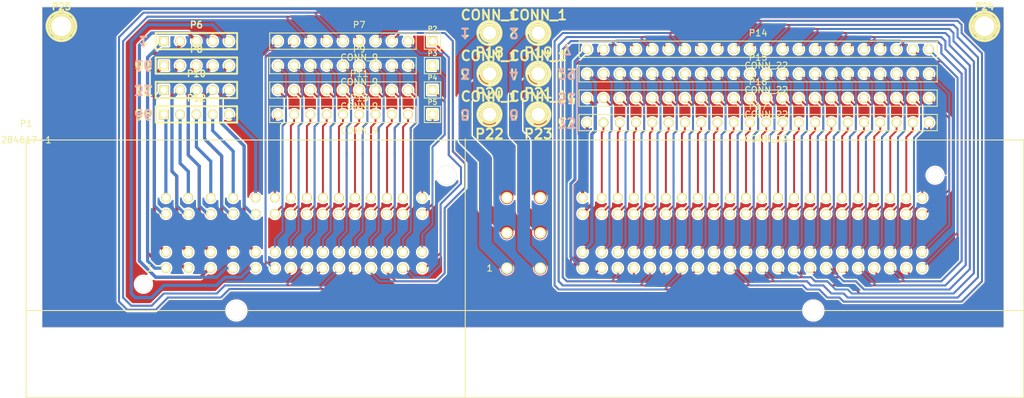
<source format=kicad_pcb>
(kicad_pcb (version 3) (host pcbnew "(2013-07-07 BZR 4022)-stable")
  (layers (15 F.Cu signal) (0 B.Cu signal) (18 B.Paste user) (19 F.Paste user) (20 B.SilkS user) (21 F.SilkS user) (22 B.Mask user) (23 F.Mask user) (28 Edge.Cuts user))
  (net 0 "")
  (net 1 /GND)
  (net 2 N-000001)
  (net 3 N-0000010)
  (net 4 N-00000100)
  (net 5 N-00000101)
  (net 6 N-00000102)
  (net 7 N-00000103)
  (net 8 N-00000104)
  (net 9 N-00000105)
  (net 10 N-00000106)
  (net 11 N-00000107)
  (net 12 N-00000108)
  (net 13 N-00000109)
  (net 14 N-0000011)
  (net 15 N-00000110)
  (net 16 N-00000111)
  (net 17 N-00000112)
  (net 18 N-00000113)
  (net 19 N-00000114)
  (net 20 N-00000115)
  (net 21 N-00000116)
  (net 22 N-00000117)
  (net 23 N-00000118)
  (net 24 N-00000119)
  (net 25 N-0000012)
  (net 26 N-00000120)
  (net 27 N-00000121)
  (net 28 N-00000122)
  (net 29 N-00000123)
  (net 30 N-00000124)
  (net 31 N-00000125)
  (net 32 N-00000126)
  (net 33 N-00000127)
  (net 34 N-00000128)
  (net 35 N-00000129)
  (net 36 N-0000013)
  (net 37 N-00000130)
  (net 38 N-00000131)
  (net 39 N-00000132)
  (net 40 N-00000133)
  (net 41 N-00000134)
  (net 42 N-00000135)
  (net 43 N-00000136)
  (net 44 N-00000137)
  (net 45 N-00000138)
  (net 46 N-00000139)
  (net 47 N-0000014)
  (net 48 N-00000140)
  (net 49 N-00000141)
  (net 50 N-00000142)
  (net 51 N-00000143)
  (net 52 N-00000144)
  (net 53 N-00000145)
  (net 54 N-00000146)
  (net 55 N-00000147)
  (net 56 N-00000148)
  (net 57 N-00000149)
  (net 58 N-0000015)
  (net 59 N-00000150)
  (net 60 N-00000151)
  (net 61 N-00000152)
  (net 62 N-00000153)
  (net 63 N-00000154)
  (net 64 N-00000155)
  (net 65 N-0000016)
  (net 66 N-0000017)
  (net 67 N-0000018)
  (net 68 N-0000019)
  (net 69 N-000002)
  (net 70 N-0000020)
  (net 71 N-0000021)
  (net 72 N-0000022)
  (net 73 N-0000023)
  (net 74 N-0000024)
  (net 75 N-0000025)
  (net 76 N-0000026)
  (net 77 N-0000027)
  (net 78 N-0000028)
  (net 79 N-0000029)
  (net 80 N-000003)
  (net 81 N-0000030)
  (net 82 N-0000031)
  (net 83 N-0000032)
  (net 84 N-0000033)
  (net 85 N-0000034)
  (net 86 N-0000035)
  (net 87 N-0000036)
  (net 88 N-0000037)
  (net 89 N-0000038)
  (net 90 N-0000039)
  (net 91 N-000004)
  (net 92 N-0000040)
  (net 93 N-0000041)
  (net 94 N-0000042)
  (net 95 N-0000043)
  (net 96 N-0000044)
  (net 97 N-0000045)
  (net 98 N-0000046)
  (net 99 N-0000047)
  (net 100 N-0000048)
  (net 101 N-0000049)
  (net 102 N-000005)
  (net 103 N-0000050)
  (net 104 N-0000051)
  (net 105 N-0000052)
  (net 106 N-0000053)
  (net 107 N-0000054)
  (net 108 N-0000055)
  (net 109 N-0000056)
  (net 110 N-0000057)
  (net 111 N-0000058)
  (net 112 N-0000059)
  (net 113 N-000006)
  (net 114 N-0000060)
  (net 115 N-0000061)
  (net 116 N-0000062)
  (net 117 N-0000063)
  (net 118 N-0000064)
  (net 119 N-0000065)
  (net 120 N-0000066)
  (net 121 N-0000067)
  (net 122 N-0000068)
  (net 123 N-0000069)
  (net 124 N-000007)
  (net 125 N-0000070)
  (net 126 N-0000071)
  (net 127 N-0000072)
  (net 128 N-0000073)
  (net 129 N-0000074)
  (net 130 N-0000075)
  (net 131 N-0000076)
  (net 132 N-0000077)
  (net 133 N-0000078)
  (net 134 N-0000079)
  (net 135 N-000008)
  (net 136 N-0000080)
  (net 137 N-0000081)
  (net 138 N-0000082)
  (net 139 N-0000083)
  (net 140 N-0000085)
  (net 141 N-0000086)
  (net 142 N-0000087)
  (net 143 N-0000088)
  (net 144 N-0000089)
  (net 145 N-000009)
  (net 146 N-0000090)
  (net 147 N-0000091)
  (net 148 N-0000092)
  (net 149 N-0000093)
  (net 150 N-0000094)
  (net 151 N-0000095)
  (net 152 N-0000096)
  (net 153 N-0000097)
  (net 154 N-0000098)
  (net 155 N-0000099)
  (module 284617-1 (layer F.Cu) (at 72.5 115.75)
    (fp_text reference P1 (at 0 -2.54) (layer F.SilkS))
    (fp_text value 284617-1 (at 0 0) (layer F.SilkS))
    (fp_text user 1 (at 72.3 20) (layer F.SilkS))
    (fp_text user 1 (at 19.3 20) (layer F.SilkS))
    (pad "" thru_hole circle (at 32.8 26.6) (size 3 3) (drill 3) (layers *.Cu *.Mask F.SilkS))
    (pad "" thru_hole circle (at 122.8 26.6) (size 3 3) (drill 3) (layers *.Cu *.Mask F.SilkS))
    (pad "" thru_hole circle (at 65.6 5.5) (size 3 3) (drill 3) (layers *.Cu *.Mask F.SilkS))
    (pad "" thru_hole circle (at 141.8 5.5) (size 2.5 2.5) (drill 2.5) (layers *.Cu *.Mask F.SilkS))
    (pad "" thru_hole circle (at 18.3 22.5) (size 2.5 2.5) (drill 2.5) (layers *.Cu *.Mask F.SilkS))
    (pad 1 thru_hole circle (at 21.8 20) (size 1.5 1.5) (drill 1) (layers *.Cu *.Mask F.SilkS) (net 153 N-0000097))
    (pad 2 thru_hole circle (at 25.3 20) (size 1.5 1.5) (drill 1) (layers *.Cu *.Mask F.SilkS) (net 34 N-00000128))
    (pad 3 thru_hole circle (at 28.8 20) (size 1.5 1.5) (drill 1) (layers *.Cu *.Mask F.SilkS) (net 33 N-00000127))
    (pad 4 thru_hole circle (at 32.3 20) (size 1.5 1.5) (drill 1) (layers *.Cu *.Mask F.SilkS) (net 32 N-00000126))
    (pad 5 thru_hole circle (at 35.8 20) (size 1.5 1.5) (drill 1) (layers *.Cu *.Mask F.SilkS) (net 31 N-00000125))
    (pad 6 thru_hole circle (at 38.8 20) (size 1.5 1.5) (drill 1) (layers *.Cu *.Mask F.SilkS) (net 30 N-00000124))
    (pad 7 thru_hole circle (at 41.3 20) (size 1.5 1.5) (drill 1) (layers *.Cu *.Mask F.SilkS) (net 29 N-00000123))
    (pad 8 thru_hole circle (at 43.8 20) (size 1.5 1.5) (drill 1) (layers *.Cu *.Mask F.SilkS) (net 28 N-00000122))
    (pad 9 thru_hole circle (at 46.3 20) (size 1.5 1.5) (drill 1) (layers *.Cu *.Mask F.SilkS) (net 27 N-00000121))
    (pad 10 thru_hole circle (at 48.8 20) (size 1.5 1.5) (drill 1) (layers *.Cu *.Mask F.SilkS) (net 26 N-00000120))
    (pad 11 thru_hole circle (at 51.3 20) (size 1.5 1.5) (drill 1) (layers *.Cu *.Mask F.SilkS) (net 19 N-00000114))
    (pad 12 thru_hole circle (at 53.8 20) (size 1.5 1.5) (drill 1) (layers *.Cu *.Mask F.SilkS) (net 13 N-00000109))
    (pad 13 thru_hole circle (at 56.3 20) (size 1.5 1.5) (drill 1) (layers *.Cu *.Mask F.SilkS) (net 8 N-00000104))
    (pad 14 thru_hole circle (at 58.8 20) (size 1.5 1.5) (drill 1) (layers *.Cu *.Mask F.SilkS) (net 64 N-00000155))
    (pad 15 thru_hole circle (at 61.8 20) (size 1.5 1.5) (drill 1) (layers *.Cu *.Mask F.SilkS) (net 59 N-00000150))
    (pad 16 thru_hole circle (at 21.8 17.5) (size 1.5 1.5) (drill 1) (layers *.Cu *.Mask F.SilkS) (net 54 N-00000146))
    (pad 17 thru_hole circle (at 25.3 17.5) (size 1.5 1.5) (drill 1) (layers *.Cu *.Mask F.SilkS) (net 49 N-00000141))
    (pad 18 thru_hole circle (at 28.8 17.5) (size 1.5 1.5) (drill 1) (layers *.Cu *.Mask F.SilkS) (net 43 N-00000136))
    (pad 19 thru_hole circle (at 32.3 17.5) (size 1.5 1.5) (drill 1) (layers *.Cu *.Mask F.SilkS) (net 39 N-00000132))
    (pad 20 thru_hole circle (at 35.8 17.5) (size 1.5 1.5) (drill 1) (layers *.Cu *.Mask F.SilkS) (net 24 N-00000119))
    (pad 21 thru_hole circle (at 38.8 17.5) (size 1.5 1.5) (drill 1) (layers *.Cu *.Mask F.SilkS) (net 18 N-00000113))
    (pad 22 thru_hole circle (at 41.3 17.5) (size 1.5 1.5) (drill 1) (layers *.Cu *.Mask F.SilkS) (net 12 N-00000108))
    (pad 23 thru_hole circle (at 43.8 17.5) (size 1.5 1.5) (drill 1) (layers *.Cu *.Mask F.SilkS) (net 7 N-00000103))
    (pad 24 thru_hole circle (at 46.3 17.5) (size 1.5 1.5) (drill 1) (layers *.Cu *.Mask F.SilkS) (net 63 N-00000154))
    (pad 25 thru_hole circle (at 48.8 17.5) (size 1.5 1.5) (drill 1) (layers *.Cu *.Mask F.SilkS) (net 57 N-00000149))
    (pad 26 thru_hole circle (at 51.3 17.5) (size 1.5 1.5) (drill 1) (layers *.Cu *.Mask F.SilkS) (net 53 N-00000145))
    (pad 27 thru_hole circle (at 53.8 17.5) (size 1.5 1.5) (drill 1) (layers *.Cu *.Mask F.SilkS) (net 48 N-00000140))
    (pad 28 thru_hole circle (at 56.3 17.5) (size 1.5 1.5) (drill 1) (layers *.Cu *.Mask F.SilkS) (net 42 N-00000135))
    (pad 29 thru_hole circle (at 58.8 17.5) (size 1.5 1.5) (drill 1) (layers *.Cu *.Mask F.SilkS) (net 38 N-00000131))
    (pad 30 thru_hole circle (at 61.8 17.5) (size 1.5 1.5) (drill 1) (layers *.Cu *.Mask F.SilkS) (net 23 N-00000118))
    (pad 31 thru_hole circle (at 21.8 11.5) (size 1.5 1.5) (drill 1) (layers *.Cu *.Mask F.SilkS) (net 17 N-00000112))
    (pad 32 thru_hole circle (at 25.3 11.5) (size 1.5 1.5) (drill 1) (layers *.Cu *.Mask F.SilkS) (net 11 N-00000107))
    (pad 33 thru_hole circle (at 28.8 11.5) (size 1.5 1.5) (drill 1) (layers *.Cu *.Mask F.SilkS) (net 6 N-00000102))
    (pad 34 thru_hole circle (at 32.3 11.5) (size 1.5 1.5) (drill 1) (layers *.Cu *.Mask F.SilkS) (net 62 N-00000153))
    (pad 35 thru_hole circle (at 35.8 11.5) (size 1.5 1.5) (drill 1) (layers *.Cu *.Mask F.SilkS) (net 56 N-00000148))
    (pad 36 thru_hole circle (at 38.8 11.5) (size 1.5 1.5) (drill 1) (layers *.Cu *.Mask F.SilkS) (net 52 N-00000144))
    (pad 37 thru_hole circle (at 41.3 11.5) (size 1.5 1.5) (drill 1) (layers *.Cu *.Mask F.SilkS) (net 46 N-00000139))
    (pad 38 thru_hole circle (at 43.8 11.5) (size 1.5 1.5) (drill 1) (layers *.Cu *.Mask F.SilkS) (net 41 N-00000134))
    (pad 39 thru_hole circle (at 46.3 11.5) (size 1.5 1.5) (drill 1) (layers *.Cu *.Mask F.SilkS) (net 37 N-00000130))
    (pad 40 thru_hole circle (at 48.8 11.5) (size 1.5 1.5) (drill 1) (layers *.Cu *.Mask F.SilkS) (net 22 N-00000117))
    (pad 41 thru_hole circle (at 51.3 11.5) (size 1.5 1.5) (drill 1) (layers *.Cu *.Mask F.SilkS) (net 16 N-00000111))
    (pad 42 thru_hole circle (at 53.8 11.5) (size 1.5 1.5) (drill 1) (layers *.Cu *.Mask F.SilkS) (net 10 N-00000106))
    (pad 43 thru_hole circle (at 56.3 11.5) (size 1.5 1.5) (drill 1) (layers *.Cu *.Mask F.SilkS) (net 5 N-00000101))
    (pad 44 thru_hole circle (at 58.8 11.5) (size 1.5 1.5) (drill 1) (layers *.Cu *.Mask F.SilkS) (net 61 N-00000152))
    (pad 45 thru_hole circle (at 61.8 11.5) (size 1.5 1.5) (drill 1) (layers *.Cu *.Mask F.SilkS) (net 148 N-0000092))
    (pad 46 thru_hole circle (at 21.8 9) (size 1.5 1.5) (drill 1) (layers *.Cu *.Mask F.SilkS) (net 35 N-00000129))
    (pad 47 thru_hole circle (at 25.3 9) (size 1.5 1.5) (drill 1) (layers *.Cu *.Mask F.SilkS) (net 45 N-00000138))
    (pad 48 thru_hole circle (at 28.8 9) (size 1.5 1.5) (drill 1) (layers *.Cu *.Mask F.SilkS) (net 40 N-00000133))
    (pad 49 thru_hole circle (at 32.3 9) (size 1.5 1.5) (drill 1) (layers *.Cu *.Mask F.SilkS) (net 155 N-0000099))
    (pad 50 thru_hole circle (at 35.8 9) (size 1.5 1.5) (drill 1) (layers *.Cu *.Mask F.SilkS) (net 21 N-00000116))
    (pad 51 thru_hole circle (at 38.8 9) (size 1.5 1.5) (drill 1) (layers *.Cu *.Mask F.SilkS) (net 15 N-00000110))
    (pad 52 thru_hole circle (at 41.3 9) (size 1.5 1.5) (drill 1) (layers *.Cu *.Mask F.SilkS) (net 9 N-00000105))
    (pad 53 thru_hole circle (at 43.8 9) (size 1.5 1.5) (drill 1) (layers *.Cu *.Mask F.SilkS) (net 20 N-00000115))
    (pad 54 thru_hole circle (at 46.3 9) (size 1.5 1.5) (drill 1) (layers *.Cu *.Mask F.SilkS) (net 60 N-00000151))
    (pad 55 thru_hole circle (at 48.8 9) (size 1.5 1.5) (drill 1) (layers *.Cu *.Mask F.SilkS) (net 55 N-00000147))
    (pad 56 thru_hole circle (at 51.3 9) (size 1.5 1.5) (drill 1) (layers *.Cu *.Mask F.SilkS) (net 50 N-00000142))
    (pad 57 thru_hole circle (at 53.8 9) (size 1.5 1.5) (drill 1) (layers *.Cu *.Mask F.SilkS) (net 44 N-00000137))
    (pad 58 thru_hole circle (at 56.3 9) (size 1.5 1.5) (drill 1) (layers *.Cu *.Mask F.SilkS) (net 51 N-00000143))
    (pad 59 thru_hole circle (at 58.8 9) (size 1.5 1.5) (drill 1) (layers *.Cu *.Mask F.SilkS) (net 154 N-0000098))
    (pad 60 thru_hole circle (at 61.8 9) (size 1.5 1.5) (drill 1) (layers *.Cu *.Mask F.SilkS) (net 4 N-00000100))
    (pad 61 thru_hole circle (at 75 20) (size 1.8 1.8) (drill 1.3) (layers *.Cu *.Mask F.SilkS) (net 147 N-0000091))
    (pad 62 thru_hole circle (at 80.2 20) (size 1.8 1.8) (drill 1.3) (layers *.Cu *.Mask F.SilkS) (net 146 N-0000090))
    (pad 63 thru_hole circle (at 75 14.5) (size 1.8 1.8) (drill 1.3) (layers *.Cu *.Mask F.SilkS) (net 149 N-0000093))
    (pad 64 thru_hole circle (at 80.2 14.5) (size 1.8 1.8) (drill 1.3) (layers *.Cu *.Mask F.SilkS) (net 152 N-0000096))
    (pad 65 thru_hole circle (at 75 9) (size 1.8 1.8) (drill 1.3) (layers *.Cu *.Mask F.SilkS) (net 151 N-0000095))
    (pad 66 thru_hole circle (at 80.2 9) (size 1.8 1.8) (drill 1.3) (layers *.Cu *.Mask F.SilkS) (net 150 N-0000094))
    (pad 67 thru_hole circle (at 86.8 20) (size 1.5 1.5) (drill 1) (layers *.Cu *.Mask F.SilkS) (net 127 N-0000072))
    (pad 68 thru_hole circle (at 89.8 20) (size 1.5 1.5) (drill 1) (layers *.Cu *.Mask F.SilkS) (net 126 N-0000071))
    (pad 69 thru_hole circle (at 92.3 20) (size 1.5 1.5) (drill 1) (layers *.Cu *.Mask F.SilkS) (net 125 N-0000070))
    (pad 70 thru_hole circle (at 94.8 20) (size 1.5 1.5) (drill 1) (layers *.Cu *.Mask F.SilkS) (net 123 N-0000069))
    (pad 71 thru_hole circle (at 97.3 20) (size 1.5 1.5) (drill 1) (layers *.Cu *.Mask F.SilkS) (net 122 N-0000068))
    (pad 72 thru_hole circle (at 99.8 20) (size 1.5 1.5) (drill 1) (layers *.Cu *.Mask F.SilkS) (net 121 N-0000067))
    (pad 73 thru_hole circle (at 102.3 20) (size 1.5 1.5) (drill 1) (layers *.Cu *.Mask F.SilkS) (net 120 N-0000066))
    (pad 74 thru_hole circle (at 104.8 20) (size 1.5 1.5) (drill 1) (layers *.Cu *.Mask F.SilkS) (net 119 N-0000065))
    (pad 75 thru_hole circle (at 107.3 20) (size 1.5 1.5) (drill 1) (layers *.Cu *.Mask F.SilkS) (net 118 N-0000064))
    (pad 76 thru_hole circle (at 109.8 20) (size 1.5 1.5) (drill 1) (layers *.Cu *.Mask F.SilkS) (net 117 N-0000063))
    (pad 77 thru_hole circle (at 112.3 20) (size 1.5 1.5) (drill 1) (layers *.Cu *.Mask F.SilkS) (net 116 N-0000062))
    (pad 78 thru_hole circle (at 114.8 20) (size 1.5 1.5) (drill 1) (layers *.Cu *.Mask F.SilkS) (net 115 N-0000061))
    (pad 79 thru_hole circle (at 117.3 20) (size 1.5 1.5) (drill 1) (layers *.Cu *.Mask F.SilkS) (net 98 N-0000046))
    (pad 80 thru_hole circle (at 119.8 20) (size 1.5 1.5) (drill 1) (layers *.Cu *.Mask F.SilkS) (net 81 N-0000030))
    (pad 81 thru_hole circle (at 122.3 20) (size 1.5 1.5) (drill 1) (layers *.Cu *.Mask F.SilkS) (net 79 N-0000029))
    (pad 82 thru_hole circle (at 124.8 20) (size 1.5 1.5) (drill 1) (layers *.Cu *.Mask F.SilkS) (net 78 N-0000028))
    (pad 83 thru_hole circle (at 127.3 20) (size 1.5 1.5) (drill 1) (layers *.Cu *.Mask F.SilkS) (net 77 N-0000027))
    (pad 84 thru_hole circle (at 129.8 20) (size 1.5 1.5) (drill 1) (layers *.Cu *.Mask F.SilkS) (net 76 N-0000026))
    (pad 85 thru_hole circle (at 132.3 20) (size 1.5 1.5) (drill 1) (layers *.Cu *.Mask F.SilkS) (net 75 N-0000025))
    (pad 86 thru_hole circle (at 134.8 20) (size 1.5 1.5) (drill 1) (layers *.Cu *.Mask F.SilkS) (net 74 N-0000024))
    (pad 87 thru_hole circle (at 137.3 20) (size 1.5 1.5) (drill 1) (layers *.Cu *.Mask F.SilkS) (net 73 N-0000023))
    (pad 88 thru_hole circle (at 139.8 20) (size 1.5 1.5) (drill 1) (layers *.Cu *.Mask F.SilkS) (net 72 N-0000022))
    (pad 89 thru_hole circle (at 86.8 17.5) (size 1.5 1.5) (drill 1) (layers *.Cu *.Mask F.SilkS) (net 71 N-0000021))
    (pad 90 thru_hole circle (at 89.8 17.5) (size 1.5 1.5) (drill 1) (layers *.Cu *.Mask F.SilkS) (net 70 N-0000020))
    (pad 91 thru_hole circle (at 92.3 17.5) (size 1.5 1.5) (drill 1) (layers *.Cu *.Mask F.SilkS) (net 68 N-0000019))
    (pad 92 thru_hole circle (at 94.8 17.5) (size 1.5 1.5) (drill 1) (layers *.Cu *.Mask F.SilkS) (net 67 N-0000018))
    (pad 93 thru_hole circle (at 97.3 17.5) (size 1.5 1.5) (drill 1) (layers *.Cu *.Mask F.SilkS) (net 66 N-0000017))
    (pad 94 thru_hole circle (at 99.8 17.5) (size 1.5 1.5) (drill 1) (layers *.Cu *.Mask F.SilkS) (net 2 N-000001))
    (pad 95 thru_hole circle (at 102.3 17.5) (size 1.5 1.5) (drill 1) (layers *.Cu *.Mask F.SilkS) (net 58 N-0000015))
    (pad 96 thru_hole circle (at 104.8 17.5) (size 1.5 1.5) (drill 1) (layers *.Cu *.Mask F.SilkS) (net 47 N-0000014))
    (pad 97 thru_hole circle (at 107.3 17.5) (size 1.5 1.5) (drill 1) (layers *.Cu *.Mask F.SilkS) (net 36 N-0000013))
    (pad 98 thru_hole circle (at 109.8 17.5) (size 1.5 1.5) (drill 1) (layers *.Cu *.Mask F.SilkS) (net 25 N-0000012))
    (pad 99 thru_hole circle (at 112.3 17.5) (size 1.5 1.5) (drill 1) (layers *.Cu *.Mask F.SilkS) (net 14 N-0000011))
    (pad 100 thru_hole circle (at 114.8 17.5) (size 1.5 1.5) (drill 1) (layers *.Cu *.Mask F.SilkS) (net 3 N-0000010))
    (pad 101 thru_hole circle (at 117.3 17.5) (size 1.5 1.5) (drill 1) (layers *.Cu *.Mask F.SilkS) (net 145 N-000009))
    (pad 102 thru_hole circle (at 119.8 17.5) (size 1.5 1.5) (drill 1) (layers *.Cu *.Mask F.SilkS) (net 135 N-000008))
    (pad 103 thru_hole circle (at 122.3 17.5) (size 1.5 1.5) (drill 1) (layers *.Cu *.Mask F.SilkS) (net 124 N-000007))
    (pad 104 thru_hole circle (at 124.8 17.5) (size 1.5 1.5) (drill 1) (layers *.Cu *.Mask F.SilkS) (net 113 N-000006))
    (pad 105 thru_hole circle (at 127.3 17.5) (size 1.5 1.5) (drill 1) (layers *.Cu *.Mask F.SilkS) (net 102 N-000005))
    (pad 106 thru_hole circle (at 129.8 17.5) (size 1.5 1.5) (drill 1) (layers *.Cu *.Mask F.SilkS) (net 91 N-000004))
    (pad 107 thru_hole circle (at 132.3 17.5) (size 1.5 1.5) (drill 1) (layers *.Cu *.Mask F.SilkS) (net 80 N-000003))
    (pad 108 thru_hole circle (at 134.8 17.5) (size 1.5 1.5) (drill 1) (layers *.Cu *.Mask F.SilkS) (net 69 N-000002))
    (pad 109 thru_hole circle (at 137.3 17.5) (size 1.5 1.5) (drill 1) (layers *.Cu *.Mask F.SilkS) (net 65 N-0000016))
    (pad 110 thru_hole circle (at 139.8 17.5) (size 1.5 1.5) (drill 1) (layers *.Cu *.Mask F.SilkS) (net 112 N-0000059))
    (pad 111 thru_hole circle (at 86.8 11.5) (size 1.5 1.5) (drill 1) (layers *.Cu *.Mask F.SilkS) (net 111 N-0000058))
    (pad 112 thru_hole circle (at 89.8 11.5) (size 1.5 1.5) (drill 1) (layers *.Cu *.Mask F.SilkS) (net 110 N-0000057))
    (pad 113 thru_hole circle (at 92.3 11.5) (size 1.5 1.5) (drill 1) (layers *.Cu *.Mask F.SilkS) (net 109 N-0000056))
    (pad 114 thru_hole circle (at 94.8 11.5) (size 1.5 1.5) (drill 1) (layers *.Cu *.Mask F.SilkS) (net 108 N-0000055))
    (pad 115 thru_hole circle (at 97.3 11.5) (size 1.5 1.5) (drill 1) (layers *.Cu *.Mask F.SilkS) (net 107 N-0000054))
    (pad 116 thru_hole circle (at 99.8 11.5) (size 1.5 1.5) (drill 1) (layers *.Cu *.Mask F.SilkS) (net 106 N-0000053))
    (pad 117 thru_hole circle (at 102.3 11.5) (size 1.5 1.5) (drill 1) (layers *.Cu *.Mask F.SilkS) (net 105 N-0000052))
    (pad 118 thru_hole circle (at 104.8 11.5) (size 1.5 1.5) (drill 1) (layers *.Cu *.Mask F.SilkS) (net 104 N-0000051))
    (pad 119 thru_hole circle (at 107.3 11.5) (size 1.5 1.5) (drill 1) (layers *.Cu *.Mask F.SilkS) (net 103 N-0000050))
    (pad 120 thru_hole circle (at 109.8 11.5) (size 1.5 1.5) (drill 1) (layers *.Cu *.Mask F.SilkS) (net 101 N-0000049))
    (pad 121 thru_hole circle (at 112.3 11.5) (size 1.5 1.5) (drill 1) (layers *.Cu *.Mask F.SilkS) (net 100 N-0000048))
    (pad 122 thru_hole circle (at 114.8 11.5) (size 1.5 1.5) (drill 1) (layers *.Cu *.Mask F.SilkS) (net 99 N-0000047))
    (pad 123 thru_hole circle (at 117.3 11.5) (size 1.5 1.5) (drill 1) (layers *.Cu *.Mask F.SilkS) (net 82 N-0000031))
    (pad 124 thru_hole circle (at 119.8 11.5) (size 1.5 1.5) (drill 1) (layers *.Cu *.Mask F.SilkS) (net 97 N-0000045))
    (pad 125 thru_hole circle (at 122.3 11.5) (size 1.5 1.5) (drill 1) (layers *.Cu *.Mask F.SilkS) (net 96 N-0000044))
    (pad 126 thru_hole circle (at 124.8 11.5) (size 1.5 1.5) (drill 1) (layers *.Cu *.Mask F.SilkS) (net 95 N-0000043))
    (pad 127 thru_hole circle (at 127.3 11.5) (size 1.5 1.5) (drill 1) (layers *.Cu *.Mask F.SilkS) (net 94 N-0000042))
    (pad 128 thru_hole circle (at 129.8 11.5) (size 1.5 1.5) (drill 1) (layers *.Cu *.Mask F.SilkS) (net 93 N-0000041))
    (pad 129 thru_hole circle (at 132.3 11.5) (size 1.5 1.5) (drill 1) (layers *.Cu *.Mask F.SilkS) (net 92 N-0000040))
    (pad 130 thru_hole circle (at 134.8 11.5) (size 1.5 1.5) (drill 1) (layers *.Cu *.Mask F.SilkS) (net 90 N-0000039))
    (pad 131 thru_hole circle (at 137.3 11.5) (size 1.5 1.5) (drill 1) (layers *.Cu *.Mask F.SilkS) (net 89 N-0000038))
    (pad 132 thru_hole circle (at 139.8 11.5) (size 1.5 1.5) (drill 1) (layers *.Cu *.Mask F.SilkS) (net 88 N-0000037))
    (pad 133 thru_hole circle (at 86.8 9) (size 1.5 1.5) (drill 1) (layers *.Cu *.Mask F.SilkS) (net 87 N-0000036))
    (pad 134 thru_hole circle (at 89.8 9) (size 1.5 1.5) (drill 1) (layers *.Cu *.Mask F.SilkS) (net 86 N-0000035))
    (pad 135 thru_hole circle (at 92.3 9) (size 1.5 1.5) (drill 1) (layers *.Cu *.Mask F.SilkS) (net 85 N-0000034))
    (pad 136 thru_hole circle (at 94.8 9) (size 1.5 1.5) (drill 1) (layers *.Cu *.Mask F.SilkS) (net 84 N-0000033))
    (pad 137 thru_hole circle (at 97.3 9) (size 1.5 1.5) (drill 1) (layers *.Cu *.Mask F.SilkS) (net 83 N-0000032))
    (pad 138 thru_hole circle (at 99.8 9) (size 1.5 1.5) (drill 1) (layers *.Cu *.Mask F.SilkS) (net 114 N-0000060))
    (pad 139 thru_hole circle (at 102.3 9) (size 1.5 1.5) (drill 1) (layers *.Cu *.Mask F.SilkS) (net 141 N-0000086))
    (pad 140 thru_hole circle (at 104.8 9) (size 1.5 1.5) (drill 1) (layers *.Cu *.Mask F.SilkS) (net 138 N-0000082))
    (pad 141 thru_hole circle (at 107.3 9) (size 1.5 1.5) (drill 1) (layers *.Cu *.Mask F.SilkS) (net 136 N-0000080))
    (pad 142 thru_hole circle (at 109.8 9) (size 1.5 1.5) (drill 1) (layers *.Cu *.Mask F.SilkS) (net 133 N-0000078))
    (pad 143 thru_hole circle (at 112.3 9) (size 1.5 1.5) (drill 1) (layers *.Cu *.Mask F.SilkS) (net 131 N-0000076))
    (pad 144 thru_hole circle (at 114.8 9) (size 1.5 1.5) (drill 1) (layers *.Cu *.Mask F.SilkS) (net 129 N-0000074))
    (pad 145 thru_hole circle (at 117.3 9) (size 1.5 1.5) (drill 1) (layers *.Cu *.Mask F.SilkS) (net 144 N-0000089))
    (pad 146 thru_hole circle (at 119.8 9) (size 1.5 1.5) (drill 1) (layers *.Cu *.Mask F.SilkS) (net 143 N-0000088))
    (pad 147 thru_hole circle (at 122.3 9) (size 1.5 1.5) (drill 1) (layers *.Cu *.Mask F.SilkS) (net 139 N-0000083))
    (pad 148 thru_hole circle (at 124.8 9) (size 1.5 1.5) (drill 1) (layers *.Cu *.Mask F.SilkS) (net 142 N-0000087))
    (pad 149 thru_hole circle (at 127.3 9) (size 1.5 1.5) (drill 1) (layers *.Cu *.Mask F.SilkS) (net 140 N-0000085))
    (pad 150 thru_hole circle (at 129.8 9) (size 1.5 1.5) (drill 1) (layers *.Cu *.Mask F.SilkS) (net 137 N-0000081))
    (pad 151 thru_hole circle (at 132.3 9) (size 1.5 1.5) (drill 1) (layers *.Cu *.Mask F.SilkS) (net 134 N-0000079))
    (pad 152 thru_hole circle (at 134.8 9) (size 1.5 1.5) (drill 1) (layers *.Cu *.Mask F.SilkS) (net 132 N-0000077))
    (pad 153 thru_hole circle (at 137.3 9) (size 1.5 1.5) (drill 1) (layers *.Cu *.Mask F.SilkS) (net 130 N-0000075))
    (pad 154 thru_hole circle (at 139.8 9) (size 1.5 1.5) (drill 1) (layers *.Cu *.Mask F.SilkS) (net 128 N-0000073))
  )
  (module PIN_ARRAY_9x1 (layer F.Cu) (at 124.46 100.33)
    (fp_text reference P7 (at 0 -2.54) (layer F.SilkS))
    (fp_text value CONN_9 (at 0 2.54) (layer F.SilkS))
    (pad 1 thru_hole circle (at -12.7 0) (size 1.5 1.5) (drill 1) (layers *.Cu *.Mask F.SilkS) (net 30 N-00000124))
    (pad 2 thru_hole circle (at -10.16 0) (size 1.5 1.5) (drill 1) (layers *.Cu *.Mask F.SilkS) (net 29 N-00000123))
    (pad 3 thru_hole circle (at -7.62 0) (size 1.5 1.5) (drill 1) (layers *.Cu *.Mask F.SilkS) (net 28 N-00000122))
    (pad 4 thru_hole circle (at -5.08 0) (size 1.5 1.5) (drill 1) (layers *.Cu *.Mask F.SilkS) (net 27 N-00000121))
    (pad 5 thru_hole circle (at -2.54 0) (size 1.5 1.5) (drill 1) (layers *.Cu *.Mask F.SilkS) (net 26 N-00000120))
    (pad 6 thru_hole circle (at 0 0) (size 1.5 1.5) (drill 1) (layers *.Cu *.Mask F.SilkS) (net 19 N-00000114))
    (pad 7 thru_hole circle (at 2.54 0) (size 1.5 1.5) (drill 1) (layers *.Cu *.Mask F.SilkS) (net 13 N-00000109))
    (pad 8 thru_hole circle (at 5.08 0) (size 1.5 1.5) (drill 1) (layers *.Cu *.Mask F.SilkS) (net 8 N-00000104))
    (pad 9 thru_hole circle (at 7.62 0) (size 1.5 1.5) (drill 1) (layers *.Cu *.Mask F.SilkS) (net 64 N-00000155))
  )
  (module PIN_ARRAY_9x1 (layer F.Cu) (at 124.46 104.14)
    (fp_text reference P9 (at 0 -2.54) (layer F.SilkS))
    (fp_text value CONN_9 (at 0 2.54) (layer F.SilkS))
    (pad 1 thru_hole circle (at -12.7 0) (size 1.5 1.5) (drill 1) (layers *.Cu *.Mask F.SilkS) (net 18 N-00000113))
    (pad 2 thru_hole circle (at -10.16 0) (size 1.5 1.5) (drill 1) (layers *.Cu *.Mask F.SilkS) (net 12 N-00000108))
    (pad 3 thru_hole circle (at -7.62 0) (size 1.5 1.5) (drill 1) (layers *.Cu *.Mask F.SilkS) (net 7 N-00000103))
    (pad 4 thru_hole circle (at -5.08 0) (size 1.5 1.5) (drill 1) (layers *.Cu *.Mask F.SilkS) (net 63 N-00000154))
    (pad 5 thru_hole circle (at -2.54 0) (size 1.5 1.5) (drill 1) (layers *.Cu *.Mask F.SilkS) (net 57 N-00000149))
    (pad 6 thru_hole circle (at 0 0) (size 1.5 1.5) (drill 1) (layers *.Cu *.Mask F.SilkS) (net 53 N-00000145))
    (pad 7 thru_hole circle (at 2.54 0) (size 1.5 1.5) (drill 1) (layers *.Cu *.Mask F.SilkS) (net 48 N-00000140))
    (pad 8 thru_hole circle (at 5.08 0) (size 1.5 1.5) (drill 1) (layers *.Cu *.Mask F.SilkS) (net 42 N-00000135))
    (pad 9 thru_hole circle (at 7.62 0) (size 1.5 1.5) (drill 1) (layers *.Cu *.Mask F.SilkS) (net 38 N-00000131))
  )
  (module PIN_ARRAY_9x1 (layer F.Cu) (at 124.46 107.95)
    (fp_text reference P11 (at 0 -2.54) (layer F.SilkS))
    (fp_text value CONN_9 (at 0 2.54) (layer F.SilkS))
    (pad 1 thru_hole circle (at -12.7 0) (size 1.5 1.5) (drill 1) (layers *.Cu *.Mask F.SilkS) (net 52 N-00000144))
    (pad 2 thru_hole circle (at -10.16 0) (size 1.5 1.5) (drill 1) (layers *.Cu *.Mask F.SilkS) (net 46 N-00000139))
    (pad 3 thru_hole circle (at -7.62 0) (size 1.5 1.5) (drill 1) (layers *.Cu *.Mask F.SilkS) (net 41 N-00000134))
    (pad 4 thru_hole circle (at -5.08 0) (size 1.5 1.5) (drill 1) (layers *.Cu *.Mask F.SilkS) (net 37 N-00000130))
    (pad 5 thru_hole circle (at -2.54 0) (size 1.5 1.5) (drill 1) (layers *.Cu *.Mask F.SilkS) (net 22 N-00000117))
    (pad 6 thru_hole circle (at 0 0) (size 1.5 1.5) (drill 1) (layers *.Cu *.Mask F.SilkS) (net 16 N-00000111))
    (pad 7 thru_hole circle (at 2.54 0) (size 1.5 1.5) (drill 1) (layers *.Cu *.Mask F.SilkS) (net 10 N-00000106))
    (pad 8 thru_hole circle (at 5.08 0) (size 1.5 1.5) (drill 1) (layers *.Cu *.Mask F.SilkS) (net 5 N-00000101))
    (pad 9 thru_hole circle (at 7.62 0) (size 1.5 1.5) (drill 1) (layers *.Cu *.Mask F.SilkS) (net 61 N-00000152))
  )
  (module PIN_ARRAY_9x1 (layer F.Cu) (at 124.46 111.76)
    (fp_text reference P13 (at 0 -2.54) (layer F.SilkS))
    (fp_text value CONN_9 (at 0 2.54) (layer F.SilkS))
    (pad 1 thru_hole circle (at -12.7 0) (size 1.5 1.5) (drill 1) (layers *.Cu *.Mask F.SilkS) (net 15 N-00000110))
    (pad 2 thru_hole circle (at -10.16 0) (size 1.5 1.5) (drill 1) (layers *.Cu *.Mask F.SilkS) (net 9 N-00000105))
    (pad 3 thru_hole circle (at -7.62 0) (size 1.5 1.5) (drill 1) (layers *.Cu *.Mask F.SilkS) (net 20 N-00000115))
    (pad 4 thru_hole circle (at -5.08 0) (size 1.5 1.5) (drill 1) (layers *.Cu *.Mask F.SilkS) (net 60 N-00000151))
    (pad 5 thru_hole circle (at -2.54 0) (size 1.5 1.5) (drill 1) (layers *.Cu *.Mask F.SilkS) (net 55 N-00000147))
    (pad 6 thru_hole circle (at 0 0) (size 1.5 1.5) (drill 1) (layers *.Cu *.Mask F.SilkS) (net 50 N-00000142))
    (pad 7 thru_hole circle (at 2.54 0) (size 1.5 1.5) (drill 1) (layers *.Cu *.Mask F.SilkS) (net 44 N-00000137))
    (pad 8 thru_hole circle (at 5.08 0) (size 1.5 1.5) (drill 1) (layers *.Cu *.Mask F.SilkS) (net 51 N-00000143))
    (pad 9 thru_hole circle (at 7.62 0) (size 1.5 1.5) (drill 1) (layers *.Cu *.Mask F.SilkS) (net 154 N-0000098))
  )
  (module PIN_ARRAY_5x1 (layer F.Cu) (at 99.06 100.33)
    (fp_text reference P6 (at 0 -2.54) (layer F.SilkS) (effects (font (size 1.016 1.016) (thickness 0.2032))))
    (fp_text value CONN_5 hide)
    (pad 1 thru_hole rect (at -5.08 0) (size 1.524 1.524) (drill 1.016) (layers *.Cu *.Mask F.SilkS) (net 153 N-0000097))
    (pad 2 thru_hole circle (at -2.54 0) (size 1.524 1.524) (drill 1.016) (layers *.Cu *.Mask F.SilkS) (net 34 N-00000128))
    (pad 3 thru_hole circle (at 0 0) (size 1.524 1.524) (drill 1.016) (layers *.Cu *.Mask F.SilkS) (net 33 N-00000127))
    (pad 4 thru_hole circle (at 2.54 0) (size 1.524 1.524) (drill 1.016) (layers *.Cu *.Mask F.SilkS) (net 32 N-00000126))
    (pad 5 thru_hole circle (at 5.08 0) (size 1.524 1.524) (drill 1.016) (layers *.Cu *.Mask F.SilkS) (net 31 N-00000125))
  )
  (module PIN_ARRAY_5x1 (layer F.Cu) (at 99.06 104.14)
    (fp_text reference P8 (at 0 -2.54) (layer F.SilkS) (effects (font (size 1.016 1.016) (thickness 0.2032))))
    (fp_text value CONN_5 hide)
    (pad 1 thru_hole rect (at -5.08 0) (size 1.524 1.524) (drill 1.016) (layers *.Cu *.Mask F.SilkS) (net 54 N-00000146))
    (pad 2 thru_hole circle (at -2.54 0) (size 1.524 1.524) (drill 1.016) (layers *.Cu *.Mask F.SilkS) (net 49 N-00000141))
    (pad 3 thru_hole circle (at 0 0) (size 1.524 1.524) (drill 1.016) (layers *.Cu *.Mask F.SilkS) (net 43 N-00000136))
    (pad 4 thru_hole circle (at 2.54 0) (size 1.524 1.524) (drill 1.016) (layers *.Cu *.Mask F.SilkS) (net 39 N-00000132))
    (pad 5 thru_hole circle (at 5.08 0) (size 1.524 1.524) (drill 1.016) (layers *.Cu *.Mask F.SilkS) (net 24 N-00000119))
  )
  (module PIN_ARRAY_5x1 (layer F.Cu) (at 99.06 107.95)
    (fp_text reference P10 (at 0 -2.54) (layer F.SilkS) (effects (font (size 1.016 1.016) (thickness 0.2032))))
    (fp_text value CONN_5 hide)
    (pad 1 thru_hole rect (at -5.08 0) (size 1.524 1.524) (drill 1.016) (layers *.Cu *.Mask F.SilkS) (net 17 N-00000112))
    (pad 2 thru_hole circle (at -2.54 0) (size 1.524 1.524) (drill 1.016) (layers *.Cu *.Mask F.SilkS) (net 11 N-00000107))
    (pad 3 thru_hole circle (at 0 0) (size 1.524 1.524) (drill 1.016) (layers *.Cu *.Mask F.SilkS) (net 6 N-00000102))
    (pad 4 thru_hole circle (at 2.54 0) (size 1.524 1.524) (drill 1.016) (layers *.Cu *.Mask F.SilkS) (net 62 N-00000153))
    (pad 5 thru_hole circle (at 5.08 0) (size 1.524 1.524) (drill 1.016) (layers *.Cu *.Mask F.SilkS) (net 56 N-00000148))
  )
  (module PIN_ARRAY_5x1 (layer F.Cu) (at 99.06 111.76)
    (fp_text reference P12 (at 0 -2.54) (layer F.SilkS) (effects (font (size 1.016 1.016) (thickness 0.2032))))
    (fp_text value CONN_5 hide)
    (pad 1 thru_hole rect (at -5.08 0) (size 1.524 1.524) (drill 1.016) (layers *.Cu *.Mask F.SilkS) (net 35 N-00000129))
    (pad 2 thru_hole circle (at -2.54 0) (size 1.524 1.524) (drill 1.016) (layers *.Cu *.Mask F.SilkS) (net 45 N-00000138))
    (pad 3 thru_hole circle (at 0 0) (size 1.524 1.524) (drill 1.016) (layers *.Cu *.Mask F.SilkS) (net 40 N-00000133))
    (pad 4 thru_hole circle (at 2.54 0) (size 1.524 1.524) (drill 1.016) (layers *.Cu *.Mask F.SilkS) (net 155 N-0000099))
    (pad 5 thru_hole circle (at 5.08 0) (size 1.524 1.524) (drill 1.016) (layers *.Cu *.Mask F.SilkS) (net 21 N-00000116))
  )
  (module PIN_ARRAY_22x1 (layer F.Cu) (at 187.96 113.03)
    (fp_text reference P17 (at -1.27 -2.54) (layer F.SilkS))
    (fp_text value CONN_22 (at 0 2.54) (layer F.SilkS))
    (pad 1 thru_hole circle (at -27.94 0) (size 1.5 1.5) (drill 1) (layers *.Cu *.Mask F.SilkS) (net 87 N-0000036))
    (pad 2 thru_hole circle (at -25.4 0) (size 1.5 1.5) (drill 1) (layers *.Cu *.Mask F.SilkS) (net 86 N-0000035))
    (pad 3 thru_hole circle (at -22.86 0) (size 1.5 1.5) (drill 1) (layers *.Cu *.Mask F.SilkS) (net 85 N-0000034))
    (pad 4 thru_hole circle (at -20.32 0) (size 1.5 1.5) (drill 1) (layers *.Cu *.Mask F.SilkS) (net 84 N-0000033))
    (pad 5 thru_hole circle (at -17.78 0) (size 1.5 1.5) (drill 1) (layers *.Cu *.Mask F.SilkS) (net 83 N-0000032))
    (pad 6 thru_hole circle (at -15.24 0) (size 1.5 1.5) (drill 1) (layers *.Cu *.Mask F.SilkS) (net 114 N-0000060))
    (pad 7 thru_hole circle (at -12.7 0) (size 1.5 1.5) (drill 1) (layers *.Cu *.Mask F.SilkS) (net 141 N-0000086))
    (pad 8 thru_hole circle (at -10.16 0) (size 1.5 1.5) (drill 1) (layers *.Cu *.Mask F.SilkS) (net 138 N-0000082))
    (pad 9 thru_hole circle (at -7.62 0) (size 1.5 1.5) (drill 1) (layers *.Cu *.Mask F.SilkS) (net 136 N-0000080))
    (pad 10 thru_hole circle (at -5.08 0) (size 1.5 1.5) (drill 1) (layers *.Cu *.Mask F.SilkS) (net 133 N-0000078))
    (pad 11 thru_hole circle (at -2.54 0) (size 1.5 1.5) (drill 1) (layers *.Cu *.Mask F.SilkS) (net 131 N-0000076))
    (pad 12 thru_hole circle (at 0 0) (size 1.5 1.5) (drill 1) (layers *.Cu *.Mask F.SilkS) (net 129 N-0000074))
    (pad 13 thru_hole circle (at 2.54 0) (size 1.5 1.5) (drill 1) (layers *.Cu *.Mask F.SilkS) (net 144 N-0000089))
    (pad 14 thru_hole circle (at 5.08 0) (size 1.5 1.5) (drill 1) (layers *.Cu *.Mask F.SilkS) (net 143 N-0000088))
    (pad 15 thru_hole circle (at 7.62 0) (size 1.5 1.5) (drill 1) (layers *.Cu *.Mask F.SilkS) (net 139 N-0000083))
    (pad 16 thru_hole circle (at 10.16 0) (size 1.5 1.5) (drill 1) (layers *.Cu *.Mask F.SilkS) (net 142 N-0000087))
    (pad 17 thru_hole circle (at 12.7 0) (size 1.5 1.5) (drill 1) (layers *.Cu *.Mask F.SilkS) (net 140 N-0000085))
    (pad 18 thru_hole circle (at 15.24 0) (size 1.5 1.5) (drill 1) (layers *.Cu *.Mask F.SilkS) (net 137 N-0000081))
    (pad 19 thru_hole circle (at 17.78 0) (size 1.5 1.5) (drill 1) (layers *.Cu *.Mask F.SilkS) (net 134 N-0000079))
    (pad 20 thru_hole circle (at 20.32 0) (size 1.5 1.5) (drill 1) (layers *.Cu *.Mask F.SilkS) (net 132 N-0000077))
    (pad 21 thru_hole circle (at 22.86 0) (size 1.5 1.5) (drill 1) (layers *.Cu *.Mask F.SilkS) (net 130 N-0000075))
    (pad 22 thru_hole circle (at 25.4 0) (size 1.5 1.5) (drill 1) (layers *.Cu *.Mask F.SilkS) (net 128 N-0000073))
  )
  (module PIN_ARRAY_22x1 (layer F.Cu) (at 187.96 109.22)
    (fp_text reference P16 (at -1.27 -2.54) (layer F.SilkS))
    (fp_text value CONN_22 (at 0 2.54) (layer F.SilkS))
    (pad 1 thru_hole circle (at -27.94 0) (size 1.5 1.5) (drill 1) (layers *.Cu *.Mask F.SilkS) (net 111 N-0000058))
    (pad 2 thru_hole circle (at -25.4 0) (size 1.5 1.5) (drill 1) (layers *.Cu *.Mask F.SilkS) (net 110 N-0000057))
    (pad 3 thru_hole circle (at -22.86 0) (size 1.5 1.5) (drill 1) (layers *.Cu *.Mask F.SilkS) (net 109 N-0000056))
    (pad 4 thru_hole circle (at -20.32 0) (size 1.5 1.5) (drill 1) (layers *.Cu *.Mask F.SilkS) (net 108 N-0000055))
    (pad 5 thru_hole circle (at -17.78 0) (size 1.5 1.5) (drill 1) (layers *.Cu *.Mask F.SilkS) (net 107 N-0000054))
    (pad 6 thru_hole circle (at -15.24 0) (size 1.5 1.5) (drill 1) (layers *.Cu *.Mask F.SilkS) (net 106 N-0000053))
    (pad 7 thru_hole circle (at -12.7 0) (size 1.5 1.5) (drill 1) (layers *.Cu *.Mask F.SilkS) (net 105 N-0000052))
    (pad 8 thru_hole circle (at -10.16 0) (size 1.5 1.5) (drill 1) (layers *.Cu *.Mask F.SilkS) (net 104 N-0000051))
    (pad 9 thru_hole circle (at -7.62 0) (size 1.5 1.5) (drill 1) (layers *.Cu *.Mask F.SilkS) (net 103 N-0000050))
    (pad 10 thru_hole circle (at -5.08 0) (size 1.5 1.5) (drill 1) (layers *.Cu *.Mask F.SilkS) (net 101 N-0000049))
    (pad 11 thru_hole circle (at -2.54 0) (size 1.5 1.5) (drill 1) (layers *.Cu *.Mask F.SilkS) (net 100 N-0000048))
    (pad 12 thru_hole circle (at 0 0) (size 1.5 1.5) (drill 1) (layers *.Cu *.Mask F.SilkS) (net 99 N-0000047))
    (pad 13 thru_hole circle (at 2.54 0) (size 1.5 1.5) (drill 1) (layers *.Cu *.Mask F.SilkS) (net 82 N-0000031))
    (pad 14 thru_hole circle (at 5.08 0) (size 1.5 1.5) (drill 1) (layers *.Cu *.Mask F.SilkS) (net 97 N-0000045))
    (pad 15 thru_hole circle (at 7.62 0) (size 1.5 1.5) (drill 1) (layers *.Cu *.Mask F.SilkS) (net 96 N-0000044))
    (pad 16 thru_hole circle (at 10.16 0) (size 1.5 1.5) (drill 1) (layers *.Cu *.Mask F.SilkS) (net 95 N-0000043))
    (pad 17 thru_hole circle (at 12.7 0) (size 1.5 1.5) (drill 1) (layers *.Cu *.Mask F.SilkS) (net 94 N-0000042))
    (pad 18 thru_hole circle (at 15.24 0) (size 1.5 1.5) (drill 1) (layers *.Cu *.Mask F.SilkS) (net 93 N-0000041))
    (pad 19 thru_hole circle (at 17.78 0) (size 1.5 1.5) (drill 1) (layers *.Cu *.Mask F.SilkS) (net 92 N-0000040))
    (pad 20 thru_hole circle (at 20.32 0) (size 1.5 1.5) (drill 1) (layers *.Cu *.Mask F.SilkS) (net 90 N-0000039))
    (pad 21 thru_hole circle (at 22.86 0) (size 1.5 1.5) (drill 1) (layers *.Cu *.Mask F.SilkS) (net 89 N-0000038))
    (pad 22 thru_hole circle (at 25.4 0) (size 1.5 1.5) (drill 1) (layers *.Cu *.Mask F.SilkS) (net 88 N-0000037))
  )
  (module PIN_ARRAY_22x1 (layer F.Cu) (at 187.96 105.41)
    (fp_text reference P15 (at -1.27 -2.54) (layer F.SilkS))
    (fp_text value CONN_22 (at 0 2.54) (layer F.SilkS))
    (pad 1 thru_hole circle (at -27.94 0) (size 1.5 1.5) (drill 1) (layers *.Cu *.Mask F.SilkS) (net 71 N-0000021))
    (pad 2 thru_hole circle (at -25.4 0) (size 1.5 1.5) (drill 1) (layers *.Cu *.Mask F.SilkS) (net 70 N-0000020))
    (pad 3 thru_hole circle (at -22.86 0) (size 1.5 1.5) (drill 1) (layers *.Cu *.Mask F.SilkS) (net 68 N-0000019))
    (pad 4 thru_hole circle (at -20.32 0) (size 1.5 1.5) (drill 1) (layers *.Cu *.Mask F.SilkS) (net 67 N-0000018))
    (pad 5 thru_hole circle (at -17.78 0) (size 1.5 1.5) (drill 1) (layers *.Cu *.Mask F.SilkS) (net 66 N-0000017))
    (pad 6 thru_hole circle (at -15.24 0) (size 1.5 1.5) (drill 1) (layers *.Cu *.Mask F.SilkS) (net 2 N-000001))
    (pad 7 thru_hole circle (at -12.7 0) (size 1.5 1.5) (drill 1) (layers *.Cu *.Mask F.SilkS) (net 58 N-0000015))
    (pad 8 thru_hole circle (at -10.16 0) (size 1.5 1.5) (drill 1) (layers *.Cu *.Mask F.SilkS) (net 47 N-0000014))
    (pad 9 thru_hole circle (at -7.62 0) (size 1.5 1.5) (drill 1) (layers *.Cu *.Mask F.SilkS) (net 36 N-0000013))
    (pad 10 thru_hole circle (at -5.08 0) (size 1.5 1.5) (drill 1) (layers *.Cu *.Mask F.SilkS) (net 25 N-0000012))
    (pad 11 thru_hole circle (at -2.54 0) (size 1.5 1.5) (drill 1) (layers *.Cu *.Mask F.SilkS) (net 14 N-0000011))
    (pad 12 thru_hole circle (at 0 0) (size 1.5 1.5) (drill 1) (layers *.Cu *.Mask F.SilkS) (net 3 N-0000010))
    (pad 13 thru_hole circle (at 2.54 0) (size 1.5 1.5) (drill 1) (layers *.Cu *.Mask F.SilkS) (net 145 N-000009))
    (pad 14 thru_hole circle (at 5.08 0) (size 1.5 1.5) (drill 1) (layers *.Cu *.Mask F.SilkS) (net 135 N-000008))
    (pad 15 thru_hole circle (at 7.62 0) (size 1.5 1.5) (drill 1) (layers *.Cu *.Mask F.SilkS) (net 124 N-000007))
    (pad 16 thru_hole circle (at 10.16 0) (size 1.5 1.5) (drill 1) (layers *.Cu *.Mask F.SilkS) (net 113 N-000006))
    (pad 17 thru_hole circle (at 12.7 0) (size 1.5 1.5) (drill 1) (layers *.Cu *.Mask F.SilkS) (net 102 N-000005))
    (pad 18 thru_hole circle (at 15.24 0) (size 1.5 1.5) (drill 1) (layers *.Cu *.Mask F.SilkS) (net 91 N-000004))
    (pad 19 thru_hole circle (at 17.78 0) (size 1.5 1.5) (drill 1) (layers *.Cu *.Mask F.SilkS) (net 80 N-000003))
    (pad 20 thru_hole circle (at 20.32 0) (size 1.5 1.5) (drill 1) (layers *.Cu *.Mask F.SilkS) (net 69 N-000002))
    (pad 21 thru_hole circle (at 22.86 0) (size 1.5 1.5) (drill 1) (layers *.Cu *.Mask F.SilkS) (net 65 N-0000016))
    (pad 22 thru_hole circle (at 25.4 0) (size 1.5 1.5) (drill 1) (layers *.Cu *.Mask F.SilkS) (net 112 N-0000059))
  )
  (module PIN_ARRAY_22x1 (layer F.Cu) (at 187.96 101.6)
    (fp_text reference P14 (at -1.27 -2.54) (layer F.SilkS))
    (fp_text value CONN_22 (at 0 2.54) (layer F.SilkS))
    (pad 1 thru_hole circle (at -27.94 0) (size 1.5 1.5) (drill 1) (layers *.Cu *.Mask F.SilkS) (net 127 N-0000072))
    (pad 2 thru_hole circle (at -25.4 0) (size 1.5 1.5) (drill 1) (layers *.Cu *.Mask F.SilkS) (net 126 N-0000071))
    (pad 3 thru_hole circle (at -22.86 0) (size 1.5 1.5) (drill 1) (layers *.Cu *.Mask F.SilkS) (net 125 N-0000070))
    (pad 4 thru_hole circle (at -20.32 0) (size 1.5 1.5) (drill 1) (layers *.Cu *.Mask F.SilkS) (net 123 N-0000069))
    (pad 5 thru_hole circle (at -17.78 0) (size 1.5 1.5) (drill 1) (layers *.Cu *.Mask F.SilkS) (net 122 N-0000068))
    (pad 6 thru_hole circle (at -15.24 0) (size 1.5 1.5) (drill 1) (layers *.Cu *.Mask F.SilkS) (net 121 N-0000067))
    (pad 7 thru_hole circle (at -12.7 0) (size 1.5 1.5) (drill 1) (layers *.Cu *.Mask F.SilkS) (net 120 N-0000066))
    (pad 8 thru_hole circle (at -10.16 0) (size 1.5 1.5) (drill 1) (layers *.Cu *.Mask F.SilkS) (net 119 N-0000065))
    (pad 9 thru_hole circle (at -7.62 0) (size 1.5 1.5) (drill 1) (layers *.Cu *.Mask F.SilkS) (net 118 N-0000064))
    (pad 10 thru_hole circle (at -5.08 0) (size 1.5 1.5) (drill 1) (layers *.Cu *.Mask F.SilkS) (net 117 N-0000063))
    (pad 11 thru_hole circle (at -2.54 0) (size 1.5 1.5) (drill 1) (layers *.Cu *.Mask F.SilkS) (net 116 N-0000062))
    (pad 12 thru_hole circle (at 0 0) (size 1.5 1.5) (drill 1) (layers *.Cu *.Mask F.SilkS) (net 115 N-0000061))
    (pad 13 thru_hole circle (at 2.54 0) (size 1.5 1.5) (drill 1) (layers *.Cu *.Mask F.SilkS) (net 98 N-0000046))
    (pad 14 thru_hole circle (at 5.08 0) (size 1.5 1.5) (drill 1) (layers *.Cu *.Mask F.SilkS) (net 81 N-0000030))
    (pad 15 thru_hole circle (at 7.62 0) (size 1.5 1.5) (drill 1) (layers *.Cu *.Mask F.SilkS) (net 79 N-0000029))
    (pad 16 thru_hole circle (at 10.16 0) (size 1.5 1.5) (drill 1) (layers *.Cu *.Mask F.SilkS) (net 78 N-0000028))
    (pad 17 thru_hole circle (at 12.7 0) (size 1.5 1.5) (drill 1) (layers *.Cu *.Mask F.SilkS) (net 77 N-0000027))
    (pad 18 thru_hole circle (at 15.24 0) (size 1.5 1.5) (drill 1) (layers *.Cu *.Mask F.SilkS) (net 76 N-0000026))
    (pad 19 thru_hole circle (at 17.78 0) (size 1.5 1.5) (drill 1) (layers *.Cu *.Mask F.SilkS) (net 75 N-0000025))
    (pad 20 thru_hole circle (at 20.32 0) (size 1.5 1.5) (drill 1) (layers *.Cu *.Mask F.SilkS) (net 74 N-0000024))
    (pad 21 thru_hole circle (at 22.86 0) (size 1.5 1.5) (drill 1) (layers *.Cu *.Mask F.SilkS) (net 73 N-0000023))
    (pad 22 thru_hole circle (at 25.4 0) (size 1.5 1.5) (drill 1) (layers *.Cu *.Mask F.SilkS) (net 72 N-0000022))
  )
  (module "1pin(m)" (layer F.Cu) (at 144.78 99.06)
    (fp_text reference P18 (at 0 3.048) (layer F.SilkS) (effects (font (size 1.524 1.524) (thickness 0.3048))))
    (fp_text value CONN_1 (at 0 -2.794) (layer F.SilkS) (effects (font (size 1.524 1.524) (thickness 0.3048))))
    (pad 1 thru_hole circle (at 0 0) (size 3.064 3.064) (drill 2.048) (layers *.Cu *.Mask F.SilkS) (net 147 N-0000091))
  )
  (module "1pin(m)" (layer F.Cu) (at 152.4 99.06)
    (fp_text reference P19 (at 0 3.048) (layer F.SilkS) (effects (font (size 1.524 1.524) (thickness 0.3048))))
    (fp_text value CONN_1 (at 0 -2.794) (layer F.SilkS) (effects (font (size 1.524 1.524) (thickness 0.3048))))
    (pad 1 thru_hole circle (at 0 0) (size 3.064 3.064) (drill 2.048) (layers *.Cu *.Mask F.SilkS) (net 146 N-0000090))
  )
  (module "1pin(m)" (layer F.Cu) (at 144.78 105.41)
    (fp_text reference P20 (at 0 3.048) (layer F.SilkS) (effects (font (size 1.524 1.524) (thickness 0.3048))))
    (fp_text value CONN_1 (at 0 -2.794) (layer F.SilkS) (effects (font (size 1.524 1.524) (thickness 0.3048))))
    (pad 1 thru_hole circle (at 0 0) (size 3.064 3.064) (drill 2.048) (layers *.Cu *.Mask F.SilkS) (net 149 N-0000093))
  )
  (module "1pin(m)" (layer F.Cu) (at 152.4 105.41)
    (fp_text reference P21 (at 0 3.048) (layer F.SilkS) (effects (font (size 1.524 1.524) (thickness 0.3048))))
    (fp_text value CONN_1 (at 0 -2.794) (layer F.SilkS) (effects (font (size 1.524 1.524) (thickness 0.3048))))
    (pad 1 thru_hole circle (at 0 0) (size 3.064 3.064) (drill 2.048) (layers *.Cu *.Mask F.SilkS) (net 152 N-0000096))
  )
  (module "1pin(m)" (layer F.Cu) (at 144.78 111.76)
    (fp_text reference P22 (at 0 3.048) (layer F.SilkS) (effects (font (size 1.524 1.524) (thickness 0.3048))))
    (fp_text value CONN_1 (at 0 -2.794) (layer F.SilkS) (effects (font (size 1.524 1.524) (thickness 0.3048))))
    (pad 1 thru_hole circle (at 0 0) (size 3.064 3.064) (drill 2.048) (layers *.Cu *.Mask F.SilkS) (net 151 N-0000095))
  )
  (module "1pin(m)" (layer F.Cu) (at 152.4 111.76)
    (fp_text reference P23 (at 0 3.048) (layer F.SilkS) (effects (font (size 1.524 1.524) (thickness 0.3048))))
    (fp_text value CONN_1 (at 0 -2.794) (layer F.SilkS) (effects (font (size 1.524 1.524) (thickness 0.3048))))
    (pad 1 thru_hole circle (at 0 0) (size 3.064 3.064) (drill 2.048) (layers *.Cu *.Mask F.SilkS) (net 150 N-0000094))
  )
  (module PIN_ARRAY_1 (layer F.Cu) (at 135.89 111.76)
    (fp_text reference P5 (at 0 -1.905) (layer F.SilkS) (effects (font (size 0.762 0.762) (thickness 0.1524))))
    (fp_text value CONN_1 hide)
    (pad 1 thru_hole rect (at 0 0) (size 1.524 1.524) (drill 1.016) (layers *.Cu *.Mask F.SilkS) (net 4 N-00000100))
  )
  (module PIN_ARRAY_1 (layer F.Cu) (at 135.89 107.95)
    (fp_text reference P4 (at 0 -1.905) (layer F.SilkS) (effects (font (size 0.762 0.762) (thickness 0.1524))))
    (fp_text value CONN_1 hide)
    (pad 1 thru_hole rect (at 0 0) (size 1.524 1.524) (drill 1.016) (layers *.Cu *.Mask F.SilkS) (net 148 N-0000092))
  )
  (module PIN_ARRAY_1 (layer F.Cu) (at 135.89 104.14)
    (fp_text reference P3 (at 0 -1.905) (layer F.SilkS) (effects (font (size 0.762 0.762) (thickness 0.1524))))
    (fp_text value CONN_1 hide)
    (pad 1 thru_hole rect (at 0 0) (size 1.524 1.524) (drill 1.016) (layers *.Cu *.Mask F.SilkS) (net 23 N-00000118))
  )
  (module PIN_ARRAY_1 (layer F.Cu) (at 135.89 100.33)
    (fp_text reference P2 (at 0 -1.905) (layer F.SilkS) (effects (font (size 0.762 0.762) (thickness 0.1524))))
    (fp_text value CONN_1 hide)
    (pad 1 thru_hole rect (at 0 0) (size 1.524 1.524) (drill 1.016) (layers *.Cu *.Mask F.SilkS) (net 59 N-00000150))
  )
  (module 1pin (layer F.Cu) (at 78 98)
    (fp_text reference P25 (at 0 -3.048) (layer F.SilkS) (effects (font (size 1.016 1.016) (thickness 0.254))))
    (fp_text value CONN_1 hide)
    (pad 1 thru_hole circle (at 0 0) (size 4.064 4.064) (drill 3.048) (layers *.Cu *.Mask F.SilkS) (net 1 /GND))
  )
  (module 1pin (layer F.Cu) (at 222 98)
    (fp_text reference P24 (at 0 -3.048) (layer F.SilkS) (effects (font (size 1.016 1.016) (thickness 0.254))))
    (fp_text value CONN_1 hide)
    (pad 1 thru_hole circle (at 0 0) (size 4.064 4.064) (drill 3.048) (layers *.Cu *.Mask F.SilkS) (net 1 /GND))
  )
  (gr_text 73 (at 156.845 113.03 180) (layer B.SilkS) (effects (font (size 1.5 1.5) (thickness 0.3)) (justify mirror)))
  (gr_text 51 (at 156.845 109.22 180) (layer B.SilkS) (effects (font (size 1.5 1.5) (thickness 0.3)) (justify mirror)))
  (gr_text 29 (at 156.845 105.41 180) (layer B.SilkS) (effects (font (size 1.5 1.5) (thickness 0.3)) (justify mirror)))
  (gr_text 7 (at 156.845 101.6 180) (layer B.SilkS) (effects (font (size 1.5 1.5) (thickness 0.3)) (justify mirror)))
  (gr_text 73 (at 156.845 113.03 180) (layer F.SilkS) (effects (font (size 1.5 1.5) (thickness 0.3))))
  (gr_text 51 (at 156.845 109.22 180) (layer F.SilkS) (effects (font (size 1.5 1.5) (thickness 0.3))))
  (gr_text 29 (at 156.845 105.41 180) (layer F.SilkS) (effects (font (size 1.5 1.5) (thickness 0.3))))
  (gr_text 7 (at 156.845 101.6 180) (layer F.SilkS) (effects (font (size 1.5 1.5) (thickness 0.3))))
  (gr_text 6 (at 148.59 111.76 180) (layer B.SilkS) (effects (font (size 1.5 1.5) (thickness 0.3)) (justify mirror)))
  (gr_text 5 (at 140.97 111.76 180) (layer B.SilkS) (effects (font (size 1.5 1.5) (thickness 0.3)) (justify mirror)))
  (gr_text 4 (at 148.59 105.41 180) (layer B.SilkS) (effects (font (size 1.5 1.5) (thickness 0.3)) (justify mirror)))
  (gr_text 3 (at 140.97 105.41 180) (layer B.SilkS) (effects (font (size 1.5 1.5) (thickness 0.3)) (justify mirror)))
  (gr_text 2 (at 148.59 99.06 180) (layer B.SilkS) (effects (font (size 1.5 1.5) (thickness 0.3)) (justify mirror)))
  (gr_text 1 (at 140.97 99.06 180) (layer B.SilkS) (effects (font (size 1.5 1.5) (thickness 0.3)) (justify mirror)))
  (gr_text 6 (at 148.59 111.76 180) (layer F.SilkS) (effects (font (size 1.5 1.5) (thickness 0.3))))
  (gr_text 5 (at 140.97 111.76 180) (layer F.SilkS) (effects (font (size 1.5 1.5) (thickness 0.3))))
  (gr_text 4 (at 148.59 105.41 180) (layer F.SilkS) (effects (font (size 1.5 1.5) (thickness 0.3))))
  (gr_text 3 (at 140.97 105.41 180) (layer F.SilkS) (effects (font (size 1.5 1.5) (thickness 0.3))))
  (gr_text 2 (at 148.59 99.06 180) (layer F.SilkS) (effects (font (size 1.5 1.5) (thickness 0.3))))
  (gr_text 1 (at 140.97 99.06 180) (layer F.SilkS) (effects (font (size 1.5 1.5) (thickness 0.3))))
  (gr_text 46 (at 90.805 111.76 180) (layer B.SilkS) (effects (font (size 1.5 1.5) (thickness 0.3)) (justify mirror)))
  (gr_text 31 (at 90.805 107.95 180) (layer B.SilkS) (effects (font (size 1.5 1.5) (thickness 0.3)) (justify mirror)))
  (gr_text "16\n" (at 90.805 104.14 180) (layer B.SilkS) (effects (font (size 1.5 1.5) (thickness 0.3)) (justify mirror)))
  (gr_text 46 (at 90.805 111.76 180) (layer F.SilkS) (effects (font (size 1.5 1.5) (thickness 0.3))))
  (gr_text 31 (at 90.805 107.95 180) (layer F.SilkS) (effects (font (size 1.5 1.5) (thickness 0.3))))
  (gr_text "16\n" (at 90.805 104.14 180) (layer F.SilkS) (effects (font (size 1.5 1.5) (thickness 0.3))))
  (gr_text 1 (at 90.805 100.33 180) (layer B.SilkS) (effects (font (size 1.5 1.5) (thickness 0.3)) (justify mirror)))
  (gr_text 1 (at 90.805 100.33 180) (layer F.SilkS) (effects (font (size 1.5 1.5) (thickness 0.3))))
  (gr_line (start 225 145) (end 75 145) (angle 90) (layer Edge.Cuts) (width 0.1))
  (gr_line (start 225 95) (end 225 145) (angle 90) (layer Edge.Cuts) (width 0.1))
  (gr_line (start 75 95) (end 225 95) (angle 90) (layer Edge.Cuts) (width 0.1))
  (gr_line (start 75 145) (end 75 95) (angle 90) (layer Edge.Cuts) (width 0.1))
  (segment (start 173.5 121.92) (end 173.5 114.79) (width 0.3) (layer B.Cu) (net 2))
  (segment (start 173.99 106.68) (end 172.72 105.41) (width 0.3) (layer B.Cu) (net 2))
  (segment (start 173.99 114.3) (end 173.99 106.68) (width 0.3) (layer B.Cu) (net 2))
  (segment (start 173.5 114.79) (end 173.99 114.3) (width 0.3) (layer B.Cu) (net 2))
  (segment (start 172.3 133.25) (end 172.3 133.2) (width 0.3) (layer B.Cu) (net 2))
  (segment (start 173.5 132) (end 173.5 121.92) (width 0.3) (layer B.Cu) (net 2))
  (segment (start 173.5 121.92) (end 173.5 121) (width 0.3) (layer B.Cu) (net 2))
  (segment (start 172.3 133.2) (end 173.5 132) (width 0.3) (layer B.Cu) (net 2))
  (segment (start 188.5 121) (end 188.5 115.03) (width 0.3) (layer B.Cu) (net 3))
  (segment (start 187.3 133.2) (end 188.5 132) (width 0.3) (layer B.Cu) (net 3))
  (segment (start 188.5 132) (end 188.5 121) (width 0.3) (layer B.Cu) (net 3))
  (segment (start 187.3 133.25) (end 187.3 133.2) (width 0.3) (layer B.Cu) (net 3))
  (segment (start 189.23 106.68) (end 187.96 105.41) (width 0.3) (layer B.Cu) (net 3))
  (segment (start 189.23 114.3) (end 189.23 106.68) (width 0.3) (layer B.Cu) (net 3))
  (segment (start 188.5 115.03) (end 189.23 114.3) (width 0.3) (layer B.Cu) (net 3))
  (segment (start 134.3 124.75) (end 134.3 117.16) (width 0.3) (layer F.Cu) (net 4))
  (segment (start 135.89 115.57) (end 135.89 111.76) (width 0.3) (layer F.Cu) (net 4))
  (segment (start 134.3 117.16) (end 135.89 115.57) (width 0.3) (layer F.Cu) (net 4))
  (segment (start 130 114.3) (end 130 113.84) (width 0.3) (layer F.Cu) (net 5))
  (segment (start 130.81 109.22) (end 129.54 107.95) (width 0.3) (layer F.Cu) (net 5))
  (segment (start 130.81 113.03) (end 130.81 109.22) (width 0.3) (layer F.Cu) (net 5))
  (segment (start 130 113.84) (end 130.81 113.03) (width 0.3) (layer F.Cu) (net 5))
  (segment (start 128.8 127.25) (end 128.8 127.2) (width 0.3) (layer F.Cu) (net 5))
  (segment (start 130 126) (end 130 114.3) (width 0.3) (layer F.Cu) (net 5))
  (segment (start 130 114.3) (end 130 114) (width 0.3) (layer F.Cu) (net 5))
  (segment (start 128.8 127.2) (end 130 126) (width 0.3) (layer F.Cu) (net 5))
  (segment (start 99.5 122.5) (end 99.5 119.82) (width 0.49) (layer B.Cu) (net 6))
  (segment (start 101.3 127.25) (end 100.75 127.25) (width 0.49) (layer B.Cu) (net 6))
  (segment (start 100.75 127.25) (end 99.5 126) (width 0.49) (layer B.Cu) (net 6))
  (segment (start 99.5 122.5) (end 99.5 126) (width 0.49) (layer B.Cu) (net 6))
  (segment (start 97.79 109.22) (end 99.06 107.95) (width 0.49) (layer B.Cu) (net 6))
  (segment (start 97.79 118.11) (end 97.79 109.22) (width 0.49) (layer B.Cu) (net 6))
  (segment (start 99.5 119.82) (end 97.79 118.11) (width 0.49) (layer B.Cu) (net 6))
  (segment (start 117.5 118.11) (end 117.5 113.64) (width 0.3) (layer B.Cu) (net 7))
  (segment (start 118.11 105.41) (end 116.84 104.14) (width 0.3) (layer B.Cu) (net 7))
  (segment (start 118.11 113.03) (end 118.11 105.41) (width 0.3) (layer B.Cu) (net 7))
  (segment (start 117.5 113.64) (end 118.11 113.03) (width 0.3) (layer B.Cu) (net 7))
  (segment (start 116.3 133.25) (end 116.3 131.2) (width 0.3) (layer B.Cu) (net 7))
  (segment (start 117.5 130) (end 117.5 118.11) (width 0.3) (layer B.Cu) (net 7))
  (segment (start 117.5 118.11) (end 117.5 117.5) (width 0.3) (layer B.Cu) (net 7))
  (segment (start 116.3 131.2) (end 117.5 130) (width 0.3) (layer B.Cu) (net 7))
  (segment (start 128.8 135.75) (end 128.8 136.42) (width 0.3) (layer F.Cu) (net 8))
  (segment (start 130.81 99.06) (end 129.54 100.33) (width 0.3) (layer F.Cu) (net 8))
  (segment (start 137.795 99.06) (end 130.81 99.06) (width 0.3) (layer F.Cu) (net 8))
  (segment (start 139.065 100.33) (end 137.795 99.06) (width 0.3) (layer F.Cu) (net 8))
  (segment (start 139.065 117.555998) (end 139.065 100.33) (width 0.3) (layer F.Cu) (net 8))
  (segment (start 140.97 119.460998) (end 139.065 117.555998) (width 0.3) (layer F.Cu) (net 8))
  (segment (start 140.97 123.19) (end 140.97 119.460998) (width 0.3) (layer F.Cu) (net 8))
  (segment (start 137.795 126.365) (end 140.97 123.19) (width 0.3) (layer F.Cu) (net 8))
  (segment (start 137.795 136.525) (end 137.795 126.365) (width 0.3) (layer F.Cu) (net 8))
  (segment (start 136.525 137.795) (end 137.795 136.525) (width 0.3) (layer F.Cu) (net 8))
  (segment (start 130.175 137.795) (end 136.525 137.795) (width 0.3) (layer F.Cu) (net 8))
  (segment (start 128.8 136.42) (end 130.175 137.795) (width 0.3) (layer F.Cu) (net 8))
  (segment (start 113.8 124.75) (end 113.8 113.53) (width 0.3) (layer F.Cu) (net 9))
  (segment (start 114.3 113.03) (end 114.3 111.76) (width 0.3) (layer F.Cu) (net 9))
  (segment (start 113.8 113.53) (end 114.3 113.03) (width 0.3) (layer F.Cu) (net 9))
  (segment (start 127.5 114.3) (end 127.5 113.8) (width 0.3) (layer F.Cu) (net 10))
  (segment (start 128.27 109.22) (end 127 107.95) (width 0.3) (layer F.Cu) (net 10))
  (segment (start 128.27 113.03) (end 128.27 109.22) (width 0.3) (layer F.Cu) (net 10))
  (segment (start 127.5 113.8) (end 128.27 113.03) (width 0.3) (layer F.Cu) (net 10))
  (segment (start 126.3 127.25) (end 126.3 127.2) (width 0.3) (layer F.Cu) (net 10))
  (segment (start 127.5 126) (end 127.5 114.3) (width 0.3) (layer F.Cu) (net 10))
  (segment (start 127.5 114.3) (end 127.5 114) (width 0.3) (layer F.Cu) (net 10))
  (segment (start 126.3 127.2) (end 127.5 126) (width 0.3) (layer F.Cu) (net 10))
  (segment (start 96 122.5) (end 96 121.4) (width 0.49) (layer B.Cu) (net 11))
  (segment (start 97.8 127.25) (end 97.25 127.25) (width 0.49) (layer B.Cu) (net 11))
  (segment (start 97.25 127.25) (end 96 126) (width 0.49) (layer B.Cu) (net 11))
  (segment (start 96 122.5) (end 96 126) (width 0.49) (layer B.Cu) (net 11))
  (segment (start 95.25 109.22) (end 96.52 107.95) (width 0.49) (layer B.Cu) (net 11))
  (segment (start 95.25 120.65) (end 95.25 109.22) (width 0.49) (layer B.Cu) (net 11))
  (segment (start 96 121.4) (end 95.25 120.65) (width 0.49) (layer B.Cu) (net 11))
  (segment (start 115 118.11) (end 115 113.6) (width 0.3) (layer B.Cu) (net 12))
  (segment (start 115.57 105.41) (end 114.3 104.14) (width 0.3) (layer B.Cu) (net 12))
  (segment (start 115.57 113.03) (end 115.57 105.41) (width 0.3) (layer B.Cu) (net 12))
  (segment (start 115 113.6) (end 115.57 113.03) (width 0.3) (layer B.Cu) (net 12))
  (segment (start 113.8 133.25) (end 113.8 131.2) (width 0.3) (layer B.Cu) (net 12))
  (segment (start 115 130) (end 115 118.11) (width 0.3) (layer B.Cu) (net 12))
  (segment (start 115 118.11) (end 115 117.5) (width 0.3) (layer B.Cu) (net 12))
  (segment (start 113.8 131.2) (end 115 130) (width 0.3) (layer B.Cu) (net 12))
  (segment (start 126.3 135.75) (end 126.3 136.46) (width 0.3) (layer B.Cu) (net 13))
  (segment (start 128.27 99.06) (end 127 100.33) (width 0.3) (layer B.Cu) (net 13))
  (segment (start 137.795 99.06) (end 128.27 99.06) (width 0.3) (layer B.Cu) (net 13))
  (segment (start 139.065 100.33) (end 137.795 99.06) (width 0.3) (layer B.Cu) (net 13))
  (segment (start 139.065 117.475) (end 139.065 100.33) (width 0.3) (layer B.Cu) (net 13))
  (segment (start 140.97 119.38) (end 139.065 117.475) (width 0.3) (layer B.Cu) (net 13))
  (segment (start 140.97 123.19) (end 140.97 119.38) (width 0.3) (layer B.Cu) (net 13))
  (segment (start 137.795 126.365) (end 140.97 123.19) (width 0.3) (layer B.Cu) (net 13))
  (segment (start 137.795 136.525) (end 137.795 126.365) (width 0.3) (layer B.Cu) (net 13))
  (segment (start 136.525 137.795) (end 137.795 136.525) (width 0.3) (layer B.Cu) (net 13))
  (segment (start 127.635 137.795) (end 136.525 137.795) (width 0.3) (layer B.Cu) (net 13))
  (segment (start 126.3 136.46) (end 127.635 137.795) (width 0.3) (layer B.Cu) (net 13))
  (segment (start 186 121) (end 186 114.99) (width 0.3) (layer B.Cu) (net 14))
  (segment (start 184.8 133.2) (end 186 132) (width 0.3) (layer B.Cu) (net 14))
  (segment (start 186 132) (end 186 121) (width 0.3) (layer B.Cu) (net 14))
  (segment (start 184.8 133.25) (end 184.8 133.2) (width 0.3) (layer B.Cu) (net 14))
  (segment (start 186.69 106.68) (end 185.42 105.41) (width 0.3) (layer B.Cu) (net 14))
  (segment (start 186.69 114.3) (end 186.69 106.68) (width 0.3) (layer B.Cu) (net 14))
  (segment (start 186 114.99) (end 186.69 114.3) (width 0.3) (layer B.Cu) (net 14))
  (segment (start 111.3 124.75) (end 111.3 112.22) (width 0.3) (layer F.Cu) (net 15))
  (segment (start 111.3 112.22) (end 111.76 111.76) (width 0.3) (layer F.Cu) (net 15))
  (segment (start 125 114.5) (end 125 113.76) (width 0.3) (layer F.Cu) (net 16))
  (segment (start 123.8 127.2) (end 125 126) (width 0.3) (layer F.Cu) (net 16))
  (segment (start 125 126) (end 125 114.5) (width 0.3) (layer F.Cu) (net 16))
  (segment (start 123.8 127.25) (end 123.8 127.2) (width 0.3) (layer F.Cu) (net 16))
  (segment (start 125.73 109.22) (end 124.46 107.95) (width 0.3) (layer F.Cu) (net 16))
  (segment (start 125.73 113.03) (end 125.73 109.22) (width 0.3) (layer F.Cu) (net 16))
  (segment (start 125 113.76) (end 125.73 113.03) (width 0.3) (layer F.Cu) (net 16))
  (segment (start 92.5 122.5) (end 92.5 109.43) (width 0.49) (layer B.Cu) (net 17))
  (segment (start 94.3 127.25) (end 93.75 127.25) (width 0.49) (layer B.Cu) (net 17))
  (segment (start 93.75 127.25) (end 92.5 126) (width 0.49) (layer B.Cu) (net 17))
  (segment (start 92.5 122.5) (end 92.5 126) (width 0.49) (layer B.Cu) (net 17))
  (segment (start 92.5 109.43) (end 93.98 107.95) (width 0.49) (layer B.Cu) (net 17))
  (segment (start 112.5 118.11) (end 112.5 113.56) (width 0.3) (layer B.Cu) (net 18))
  (segment (start 113.03 105.41) (end 111.76 104.14) (width 0.3) (layer B.Cu) (net 18))
  (segment (start 113.03 113.03) (end 113.03 105.41) (width 0.3) (layer B.Cu) (net 18))
  (segment (start 112.5 113.56) (end 113.03 113.03) (width 0.3) (layer B.Cu) (net 18))
  (segment (start 111.3 133.25) (end 111.3 131.2) (width 0.3) (layer B.Cu) (net 18))
  (segment (start 112.5 130) (end 112.5 118.11) (width 0.3) (layer B.Cu) (net 18))
  (segment (start 112.5 118.11) (end 112.5 117.5) (width 0.3) (layer B.Cu) (net 18))
  (segment (start 111.3 131.2) (end 112.5 130) (width 0.3) (layer B.Cu) (net 18))
  (segment (start 123.8 135.75) (end 123.8 135.915) (width 0.3) (layer F.Cu) (net 19))
  (segment (start 120.015 95.885) (end 124.46 100.33) (width 0.3) (layer F.Cu) (net 19))
  (segment (start 90.805 95.885) (end 120.015 95.885) (width 0.3) (layer F.Cu) (net 19))
  (segment (start 86.995 99.695) (end 90.805 95.885) (width 0.3) (layer F.Cu) (net 19))
  (segment (start 86.995 140.97) (end 86.995 99.695) (width 0.3) (layer F.Cu) (net 19))
  (segment (start 88.265 142.24) (end 86.995 140.97) (width 0.3) (layer F.Cu) (net 19))
  (segment (start 92.71 142.24) (end 88.265 142.24) (width 0.3) (layer F.Cu) (net 19))
  (segment (start 94.615 140.335) (end 92.71 142.24) (width 0.3) (layer F.Cu) (net 19))
  (segment (start 102.87 140.335) (end 94.615 140.335) (width 0.3) (layer F.Cu) (net 19))
  (segment (start 104.220998 138.984002) (end 102.87 140.335) (width 0.3) (layer F.Cu) (net 19))
  (segment (start 120.730998 138.984002) (end 104.220998 138.984002) (width 0.3) (layer F.Cu) (net 19))
  (segment (start 123.8 135.915) (end 120.730998 138.984002) (width 0.3) (layer F.Cu) (net 19))
  (segment (start 116.3 124.75) (end 116.3 113.57) (width 0.3) (layer F.Cu) (net 20))
  (segment (start 116.84 113.03) (end 116.84 111.76) (width 0.3) (layer F.Cu) (net 20))
  (segment (start 116.3 113.57) (end 116.84 113.03) (width 0.3) (layer F.Cu) (net 20))
  (segment (start 108.3 124.75) (end 108.3 115.92) (width 0.49) (layer B.Cu) (net 21))
  (segment (start 108.3 115.92) (end 104.14 111.76) (width 0.49) (layer B.Cu) (net 21))
  (segment (start 122.5 114.5) (end 122.5 113.72) (width 0.3) (layer F.Cu) (net 22))
  (segment (start 121.3 127.2) (end 122.5 126) (width 0.3) (layer F.Cu) (net 22))
  (segment (start 122.5 126) (end 122.5 114.5) (width 0.3) (layer F.Cu) (net 22))
  (segment (start 121.3 127.25) (end 121.3 127.2) (width 0.3) (layer F.Cu) (net 22))
  (segment (start 123.19 109.22) (end 123.19 113.03) (width 0.3) (layer F.Cu) (net 22))
  (segment (start 123.19 109.22) (end 121.92 107.95) (width 0.3) (layer F.Cu) (net 22))
  (segment (start 122.5 113.72) (end 123.19 113.03) (width 0.3) (layer F.Cu) (net 22))
  (segment (start 134.3 133.25) (end 134.3 130.495) (width 0.3) (layer B.Cu) (net 23))
  (segment (start 137.795 106.045) (end 135.89 104.14) (width 0.3) (layer B.Cu) (net 23))
  (segment (start 137.795 114.935) (end 137.795 106.045) (width 0.3) (layer B.Cu) (net 23))
  (segment (start 135.89 116.84) (end 137.795 114.935) (width 0.3) (layer B.Cu) (net 23))
  (segment (start 135.89 128.905) (end 135.89 116.84) (width 0.3) (layer B.Cu) (net 23))
  (segment (start 134.3 130.495) (end 135.89 128.905) (width 0.3) (layer B.Cu) (net 23))
  (segment (start 106.5 117) (end 106.5 116.66) (width 0.49) (layer F.Cu) (net 24))
  (segment (start 108.25 133.25) (end 106.5 131.5) (width 0.49) (layer F.Cu) (net 24))
  (segment (start 106.5 131.5) (end 106.5 117) (width 0.49) (layer F.Cu) (net 24))
  (segment (start 108.3 133.25) (end 108.25 133.25) (width 0.49) (layer F.Cu) (net 24))
  (segment (start 102.87 105.41) (end 104.14 104.14) (width 0.49) (layer F.Cu) (net 24))
  (segment (start 102.87 113.03) (end 102.87 105.41) (width 0.49) (layer F.Cu) (net 24))
  (segment (start 106.5 116.66) (end 102.87 113.03) (width 0.49) (layer F.Cu) (net 24))
  (segment (start 183.5 121) (end 183.5 114.95) (width 0.3) (layer B.Cu) (net 25))
  (segment (start 182.3 133.2) (end 183.5 132) (width 0.3) (layer B.Cu) (net 25))
  (segment (start 183.5 132) (end 183.5 121) (width 0.3) (layer B.Cu) (net 25))
  (segment (start 182.3 133.25) (end 182.3 133.2) (width 0.3) (layer B.Cu) (net 25))
  (segment (start 184.15 106.68) (end 182.88 105.41) (width 0.3) (layer B.Cu) (net 25))
  (segment (start 184.15 114.3) (end 184.15 106.68) (width 0.3) (layer B.Cu) (net 25))
  (segment (start 183.5 114.95) (end 184.15 114.3) (width 0.3) (layer B.Cu) (net 25))
  (segment (start 105.490998 138.984002) (end 104.220998 138.984002) (width 0.3) (layer B.Cu) (net 26))
  (segment (start 104.220998 138.984002) (end 102.87 140.335) (width 0.3) (layer B.Cu) (net 26))
  (segment (start 121.3 135.75) (end 121.3 135.875) (width 0.3) (layer B.Cu) (net 26))
  (segment (start 117.475 95.885) (end 121.92 100.33) (width 0.3) (layer B.Cu) (net 26))
  (segment (start 90.805 95.885) (end 117.475 95.885) (width 0.3) (layer B.Cu) (net 26))
  (segment (start 86.995 99.695) (end 90.805 95.885) (width 0.3) (layer B.Cu) (net 26))
  (segment (start 86.995 140.97) (end 86.995 99.695) (width 0.3) (layer B.Cu) (net 26))
  (segment (start 88.265 142.24) (end 86.995 140.97) (width 0.3) (layer B.Cu) (net 26))
  (segment (start 92.71 142.24) (end 88.265 142.24) (width 0.3) (layer B.Cu) (net 26))
  (segment (start 94.615 140.335) (end 92.71 142.24) (width 0.3) (layer B.Cu) (net 26))
  (segment (start 102.87 140.335) (end 94.615 140.335) (width 0.3) (layer B.Cu) (net 26))
  (segment (start 118.190998 138.984002) (end 105.490998 138.984002) (width 0.3) (layer B.Cu) (net 26))
  (segment (start 121.3 135.875) (end 118.190998 138.984002) (width 0.3) (layer B.Cu) (net 26))
  (segment (start 104.775 138.43) (end 103.505 138.43) (width 0.3) (layer F.Cu) (net 27))
  (segment (start 103.505 138.43) (end 102.235 139.7) (width 0.3) (layer F.Cu) (net 27))
  (segment (start 118.8 135.75) (end 118.8 135.835) (width 0.3) (layer F.Cu) (net 27))
  (segment (start 115.57 96.52) (end 119.38 100.33) (width 0.3) (layer F.Cu) (net 27))
  (segment (start 91.44 96.52) (end 115.57 96.52) (width 0.3) (layer F.Cu) (net 27))
  (segment (start 87.63 100.33) (end 91.44 96.52) (width 0.3) (layer F.Cu) (net 27))
  (segment (start 87.63 140.335) (end 87.63 100.33) (width 0.3) (layer F.Cu) (net 27))
  (segment (start 88.9 141.605) (end 87.63 140.335) (width 0.3) (layer F.Cu) (net 27))
  (segment (start 92.075 141.605) (end 88.9 141.605) (width 0.3) (layer F.Cu) (net 27))
  (segment (start 93.98 139.7) (end 92.075 141.605) (width 0.3) (layer F.Cu) (net 27))
  (segment (start 102.235 139.7) (end 93.98 139.7) (width 0.3) (layer F.Cu) (net 27))
  (segment (start 116.205 138.43) (end 104.775 138.43) (width 0.3) (layer F.Cu) (net 27))
  (segment (start 118.8 135.835) (end 116.205 138.43) (width 0.3) (layer F.Cu) (net 27))
  (segment (start 101.6 139.7) (end 102.235 139.7) (width 0.3) (layer B.Cu) (net 28))
  (segment (start 102.235 139.7) (end 103.505 138.43) (width 0.3) (layer B.Cu) (net 28))
  (segment (start 103.505 138.43) (end 104.14 138.43) (width 0.3) (layer B.Cu) (net 28))
  (segment (start 104.775 138.43) (end 104.14 138.43) (width 0.3) (layer B.Cu) (net 28))
  (segment (start 104.14 138.43) (end 103.505 138.43) (width 0.3) (layer B.Cu) (net 28))
  (segment (start 103.505 138.43) (end 102.235 139.7) (width 0.3) (layer B.Cu) (net 28))
  (segment (start 90.805 97.155) (end 91.44 96.52) (width 0.3) (layer B.Cu) (net 28))
  (segment (start 87.63 100.33) (end 90.805 97.155) (width 0.3) (layer B.Cu) (net 28))
  (segment (start 113.03 138.43) (end 104.775 138.43) (width 0.3) (layer B.Cu) (net 28))
  (segment (start 115.71 135.75) (end 113.03 138.43) (width 0.3) (layer B.Cu) (net 28))
  (segment (start 116.3 135.75) (end 115.71 135.75) (width 0.3) (layer B.Cu) (net 28))
  (segment (start 88.9 141.605) (end 87.63 140.335) (width 0.3) (layer B.Cu) (net 28))
  (segment (start 92.075 141.605) (end 88.9 141.605) (width 0.3) (layer B.Cu) (net 28))
  (segment (start 93.98 139.7) (end 92.075 141.605) (width 0.3) (layer B.Cu) (net 28))
  (segment (start 101.6 139.7) (end 93.98 139.7) (width 0.3) (layer B.Cu) (net 28))
  (segment (start 87.63 140.335) (end 87.63 100.33) (width 0.3) (layer B.Cu) (net 28))
  (segment (start 113.03 96.52) (end 116.84 100.33) (width 0.3) (layer B.Cu) (net 28))
  (segment (start 91.44 96.52) (end 113.03 96.52) (width 0.3) (layer B.Cu) (net 28))
  (segment (start 113.8 135.75) (end 113.8 136.39) (width 0.3) (layer F.Cu) (net 29))
  (segment (start 112.395 102.235) (end 114.3 100.33) (width 0.3) (layer F.Cu) (net 29))
  (segment (start 110.49 102.235) (end 112.395 102.235) (width 0.3) (layer F.Cu) (net 29))
  (segment (start 109.855 102.87) (end 110.49 102.235) (width 0.3) (layer F.Cu) (net 29))
  (segment (start 109.855 136.525) (end 109.855 102.87) (width 0.3) (layer F.Cu) (net 29))
  (segment (start 110.49 137.16) (end 109.855 136.525) (width 0.3) (layer F.Cu) (net 29))
  (segment (start 113.03 137.16) (end 110.49 137.16) (width 0.3) (layer F.Cu) (net 29))
  (segment (start 113.8 136.39) (end 113.03 137.16) (width 0.3) (layer F.Cu) (net 29))
  (segment (start 111.3 135.75) (end 110.985 135.75) (width 0.3) (layer B.Cu) (net 30))
  (segment (start 109.855 102.235) (end 111.76 100.33) (width 0.3) (layer B.Cu) (net 30))
  (segment (start 109.855 134.62) (end 109.855 102.235) (width 0.3) (layer B.Cu) (net 30))
  (segment (start 110.985 135.75) (end 109.855 134.62) (width 0.3) (layer B.Cu) (net 30))
  (segment (start 104.775 137.16) (end 103.505 137.16) (width 0.49) (layer B.Cu) (net 31))
  (segment (start 103.505 137.16) (end 102.235 138.43) (width 0.49) (layer B.Cu) (net 31))
  (segment (start 88.9 100.33) (end 88.9 139.7) (width 0.49) (layer B.Cu) (net 31))
  (segment (start 106.045 137.16) (end 104.775 137.16) (width 0.49) (layer B.Cu) (net 31))
  (segment (start 108.3 135.75) (end 107.455 135.75) (width 0.49) (layer B.Cu) (net 31))
  (segment (start 89.535 140.335) (end 88.9 139.7) (width 0.49) (layer B.Cu) (net 31))
  (segment (start 92.075 140.335) (end 89.535 140.335) (width 0.49) (layer B.Cu) (net 31))
  (segment (start 93.98 138.43) (end 92.075 140.335) (width 0.49) (layer B.Cu) (net 31))
  (segment (start 102.235 138.43) (end 93.98 138.43) (width 0.49) (layer B.Cu) (net 31))
  (segment (start 107.455 135.75) (end 106.045 137.16) (width 0.49) (layer B.Cu) (net 31))
  (segment (start 101.6 97.79) (end 104.14 100.33) (width 0.49) (layer B.Cu) (net 31))
  (segment (start 91.44 97.79) (end 101.6 97.79) (width 0.49) (layer B.Cu) (net 31))
  (segment (start 88.9 100.33) (end 91.44 97.79) (width 0.49) (layer B.Cu) (net 31))
  (segment (start 104.8 135.75) (end 103.645 135.75) (width 0.49) (layer B.Cu) (net 32))
  (segment (start 103.645 135.75) (end 102.235 137.16) (width 0.49) (layer B.Cu) (net 32))
  (segment (start 100.33 99.06) (end 101.6 100.33) (width 0.49) (layer B.Cu) (net 32))
  (segment (start 92.075 99.06) (end 100.33 99.06) (width 0.49) (layer B.Cu) (net 32))
  (segment (start 90.17 100.965) (end 92.075 99.06) (width 0.49) (layer B.Cu) (net 32))
  (segment (start 90.17 134.62) (end 90.17 100.965) (width 0.49) (layer B.Cu) (net 32))
  (segment (start 92.71 137.16) (end 90.17 134.62) (width 0.49) (layer B.Cu) (net 32))
  (segment (start 102.235 137.16) (end 92.71 137.16) (width 0.49) (layer B.Cu) (net 32))
  (segment (start 101.3 135.75) (end 101.105 135.75) (width 0.49) (layer F.Cu) (net 33))
  (segment (start 97.79 99.06) (end 99.06 100.33) (width 0.49) (layer F.Cu) (net 33))
  (segment (start 92.075 99.06) (end 97.79 99.06) (width 0.49) (layer F.Cu) (net 33))
  (segment (start 90.17 100.965) (end 92.075 99.06) (width 0.49) (layer F.Cu) (net 33))
  (segment (start 90.17 134.62) (end 90.17 100.965) (width 0.49) (layer F.Cu) (net 33))
  (segment (start 92.71 137.16) (end 90.17 134.62) (width 0.49) (layer F.Cu) (net 33))
  (segment (start 99.695 137.16) (end 92.71 137.16) (width 0.49) (layer F.Cu) (net 33))
  (segment (start 101.105 135.75) (end 99.695 137.16) (width 0.49) (layer F.Cu) (net 33))
  (segment (start 96.52 100.33) (end 96.52 100.965) (width 0.49) (layer F.Cu) (net 34))
  (segment (start 92.59 134.5) (end 91.44 133.35) (width 0.49) (layer F.Cu) (net 34))
  (segment (start 91.44 133.35) (end 91.44 102.87) (width 0.49) (layer F.Cu) (net 34))
  (segment (start 92.59 134.5) (end 92.71 134.5) (width 0.49) (layer F.Cu) (net 34))
  (segment (start 92.075 102.235) (end 91.44 102.87) (width 0.49) (layer F.Cu) (net 34))
  (segment (start 95.25 102.235) (end 92.075 102.235) (width 0.49) (layer F.Cu) (net 34))
  (segment (start 96.52 100.965) (end 95.25 102.235) (width 0.49) (layer F.Cu) (net 34))
  (segment (start 97.8 135.75) (end 97.25 135.75) (width 0.49) (layer F.Cu) (net 34))
  (segment (start 96 134.5) (end 92.71 134.5) (width 0.49) (layer F.Cu) (net 34))
  (segment (start 92.71 134.5) (end 92.5 134.5) (width 0.49) (layer F.Cu) (net 34))
  (segment (start 97.25 135.75) (end 96 134.5) (width 0.49) (layer F.Cu) (net 34))
  (segment (start 94.3 124.75) (end 94.3 112.08) (width 0.49) (layer B.Cu) (net 35))
  (segment (start 94.3 112.08) (end 93.98 111.76) (width 0.49) (layer B.Cu) (net 35))
  (segment (start 181 121) (end 181 114.91) (width 0.3) (layer B.Cu) (net 36))
  (segment (start 179.8 133.2) (end 181 132) (width 0.3) (layer B.Cu) (net 36))
  (segment (start 181 132) (end 181 121) (width 0.3) (layer B.Cu) (net 36))
  (segment (start 179.8 133.25) (end 179.8 133.2) (width 0.3) (layer B.Cu) (net 36))
  (segment (start 181.61 106.68) (end 180.34 105.41) (width 0.3) (layer B.Cu) (net 36))
  (segment (start 181.61 114.3) (end 181.61 106.68) (width 0.3) (layer B.Cu) (net 36))
  (segment (start 181 114.91) (end 181.61 114.3) (width 0.3) (layer B.Cu) (net 36))
  (segment (start 120 114.3) (end 120 113.68) (width 0.3) (layer F.Cu) (net 37))
  (segment (start 120.65 109.22) (end 120.65 113.03) (width 0.3) (layer F.Cu) (net 37))
  (segment (start 120.65 109.22) (end 119.38 107.95) (width 0.3) (layer F.Cu) (net 37))
  (segment (start 120 113.68) (end 120.65 113.03) (width 0.3) (layer F.Cu) (net 37))
  (segment (start 118.8 127.25) (end 118.8 127.2) (width 0.3) (layer F.Cu) (net 37))
  (segment (start 120 126) (end 120 114.3) (width 0.3) (layer F.Cu) (net 37))
  (segment (start 120 114.3) (end 120 114) (width 0.3) (layer F.Cu) (net 37))
  (segment (start 118.8 127.2) (end 120 126) (width 0.3) (layer F.Cu) (net 37))
  (segment (start 132.5 118.11) (end 132.5 113.88) (width 0.3) (layer B.Cu) (net 38))
  (segment (start 133.35 105.41) (end 132.08 104.14) (width 0.3) (layer B.Cu) (net 38))
  (segment (start 133.35 113.03) (end 133.35 105.41) (width 0.3) (layer B.Cu) (net 38))
  (segment (start 132.5 113.88) (end 133.35 113.03) (width 0.3) (layer B.Cu) (net 38))
  (segment (start 131.3 133.25) (end 131.3 131.2) (width 0.3) (layer B.Cu) (net 38))
  (segment (start 132.5 130) (end 132.5 118.11) (width 0.3) (layer B.Cu) (net 38))
  (segment (start 132.5 118.11) (end 132.5 117.5) (width 0.3) (layer B.Cu) (net 38))
  (segment (start 131.3 131.2) (end 132.5 130) (width 0.3) (layer B.Cu) (net 38))
  (segment (start 103 118.5) (end 103 118.24) (width 0.49) (layer F.Cu) (net 39))
  (segment (start 104.75 133.25) (end 103 131.5) (width 0.49) (layer F.Cu) (net 39))
  (segment (start 103 131.5) (end 103 118.5) (width 0.49) (layer F.Cu) (net 39))
  (segment (start 104.8 133.25) (end 104.75 133.25) (width 0.49) (layer F.Cu) (net 39))
  (segment (start 100.33 105.41) (end 101.6 104.14) (width 0.49) (layer F.Cu) (net 39))
  (segment (start 100.33 115.57) (end 100.33 105.41) (width 0.49) (layer F.Cu) (net 39))
  (segment (start 103 118.24) (end 100.33 115.57) (width 0.49) (layer F.Cu) (net 39))
  (segment (start 101.3 124.75) (end 101.3 119.08) (width 0.49) (layer B.Cu) (net 40))
  (segment (start 99.06 116.84) (end 99.06 111.76) (width 0.49) (layer B.Cu) (net 40))
  (segment (start 101.3 119.08) (end 99.06 116.84) (width 0.49) (layer B.Cu) (net 40))
  (segment (start 117.5 114.3) (end 117.5 113.64) (width 0.3) (layer F.Cu) (net 41))
  (segment (start 118.11 109.22) (end 118.11 113.03) (width 0.3) (layer F.Cu) (net 41))
  (segment (start 118.11 109.22) (end 116.84 107.95) (width 0.3) (layer F.Cu) (net 41))
  (segment (start 117.5 113.64) (end 118.11 113.03) (width 0.3) (layer F.Cu) (net 41))
  (segment (start 116.3 127.25) (end 116.3 127.2) (width 0.3) (layer F.Cu) (net 41))
  (segment (start 117.5 126) (end 117.5 114.3) (width 0.3) (layer F.Cu) (net 41))
  (segment (start 117.5 114.3) (end 117.5 114) (width 0.3) (layer F.Cu) (net 41))
  (segment (start 116.3 127.2) (end 117.5 126) (width 0.3) (layer F.Cu) (net 41))
  (segment (start 130 118.11) (end 130 113.84) (width 0.3) (layer B.Cu) (net 42))
  (segment (start 130.81 105.41) (end 129.54 104.14) (width 0.3) (layer B.Cu) (net 42))
  (segment (start 130.81 113.03) (end 130.81 105.41) (width 0.3) (layer B.Cu) (net 42))
  (segment (start 130 113.84) (end 130.81 113.03) (width 0.3) (layer B.Cu) (net 42))
  (segment (start 128.8 133.25) (end 128.8 131.2) (width 0.3) (layer B.Cu) (net 42))
  (segment (start 130 130) (end 130 118.11) (width 0.3) (layer B.Cu) (net 42))
  (segment (start 130 118.11) (end 130 117.5) (width 0.3) (layer B.Cu) (net 42))
  (segment (start 128.8 131.2) (end 130 130) (width 0.3) (layer B.Cu) (net 42))
  (segment (start 99.5 120) (end 99.5 119.82) (width 0.49) (layer F.Cu) (net 43))
  (segment (start 101.25 133.25) (end 99.5 131.5) (width 0.49) (layer F.Cu) (net 43))
  (segment (start 99.5 131.5) (end 99.5 120) (width 0.49) (layer F.Cu) (net 43))
  (segment (start 101.3 133.25) (end 101.25 133.25) (width 0.49) (layer F.Cu) (net 43))
  (segment (start 97.79 105.41) (end 99.06 104.14) (width 0.49) (layer F.Cu) (net 43))
  (segment (start 97.79 118.11) (end 97.79 105.41) (width 0.49) (layer F.Cu) (net 43))
  (segment (start 99.5 119.82) (end 97.79 118.11) (width 0.49) (layer F.Cu) (net 43))
  (segment (start 126.3 124.75) (end 126.3 113.73) (width 0.3) (layer F.Cu) (net 44))
  (segment (start 127 113.03) (end 127 111.76) (width 0.3) (layer F.Cu) (net 44))
  (segment (start 126.3 113.73) (end 127 113.03) (width 0.3) (layer F.Cu) (net 44))
  (segment (start 96.52 111.76) (end 96.52 119.38) (width 0.49) (layer B.Cu) (net 45))
  (segment (start 97.8 120.66) (end 96.52 119.38) (width 0.508) (layer B.Cu) (net 45))
  (segment (start 97.8 120.66) (end 97.8 124.75) (width 0.508) (layer B.Cu) (net 45))
  (segment (start 115 114.3) (end 115 113.6) (width 0.3) (layer F.Cu) (net 46))
  (segment (start 115.57 109.22) (end 115.57 113.03) (width 0.3) (layer F.Cu) (net 46))
  (segment (start 115.57 109.22) (end 114.3 107.95) (width 0.3) (layer F.Cu) (net 46))
  (segment (start 115 113.6) (end 115.57 113.03) (width 0.3) (layer F.Cu) (net 46))
  (segment (start 113.8 127.25) (end 113.8 127.2) (width 0.3) (layer F.Cu) (net 46))
  (segment (start 115 126) (end 115 114.3) (width 0.3) (layer F.Cu) (net 46))
  (segment (start 115 114.3) (end 115 114) (width 0.3) (layer F.Cu) (net 46))
  (segment (start 113.8 127.2) (end 115 126) (width 0.3) (layer F.Cu) (net 46))
  (segment (start 178.5 121) (end 178.5 114.87) (width 0.3) (layer B.Cu) (net 47))
  (segment (start 177.3 133.2) (end 178.5 132) (width 0.3) (layer B.Cu) (net 47))
  (segment (start 178.5 132) (end 178.5 121) (width 0.3) (layer B.Cu) (net 47))
  (segment (start 177.3 133.25) (end 177.3 133.2) (width 0.3) (layer B.Cu) (net 47))
  (segment (start 179.07 106.68) (end 177.8 105.41) (width 0.3) (layer B.Cu) (net 47))
  (segment (start 179.07 114.3) (end 179.07 106.68) (width 0.3) (layer B.Cu) (net 47))
  (segment (start 178.5 114.87) (end 179.07 114.3) (width 0.3) (layer B.Cu) (net 47))
  (segment (start 127.5 118.11) (end 127.5 113.8) (width 0.3) (layer B.Cu) (net 48))
  (segment (start 128.27 105.41) (end 127 104.14) (width 0.3) (layer B.Cu) (net 48))
  (segment (start 128.27 113.03) (end 128.27 105.41) (width 0.3) (layer B.Cu) (net 48))
  (segment (start 127.5 113.8) (end 128.27 113.03) (width 0.3) (layer B.Cu) (net 48))
  (segment (start 126.3 133.25) (end 126.3 131.2) (width 0.3) (layer B.Cu) (net 48))
  (segment (start 127.5 130) (end 127.5 118.11) (width 0.3) (layer B.Cu) (net 48))
  (segment (start 127.5 118.11) (end 127.5 117.5) (width 0.3) (layer B.Cu) (net 48))
  (segment (start 126.3 131.2) (end 127.5 130) (width 0.3) (layer B.Cu) (net 48))
  (segment (start 96 121.5) (end 96 121.4) (width 0.49) (layer F.Cu) (net 49))
  (segment (start 97.75 133.25) (end 96 131.5) (width 0.49) (layer F.Cu) (net 49))
  (segment (start 96 131.5) (end 96 121.5) (width 0.49) (layer F.Cu) (net 49))
  (segment (start 97.8 133.25) (end 97.75 133.25) (width 0.49) (layer F.Cu) (net 49))
  (segment (start 95.25 105.41) (end 96.52 104.14) (width 0.49) (layer F.Cu) (net 49))
  (segment (start 95.25 120.65) (end 95.25 105.41) (width 0.49) (layer F.Cu) (net 49))
  (segment (start 96 121.4) (end 95.25 120.65) (width 0.49) (layer F.Cu) (net 49))
  (segment (start 123.8 124.75) (end 123.8 113.69) (width 0.3) (layer F.Cu) (net 50))
  (segment (start 124.46 113.03) (end 124.46 111.76) (width 0.3) (layer F.Cu) (net 50))
  (segment (start 123.8 113.69) (end 124.46 113.03) (width 0.3) (layer F.Cu) (net 50))
  (segment (start 128.8 124.75) (end 128.8 113.77) (width 0.3) (layer F.Cu) (net 51))
  (segment (start 129.54 113.03) (end 129.54 111.76) (width 0.3) (layer F.Cu) (net 51))
  (segment (start 128.8 113.77) (end 129.54 113.03) (width 0.3) (layer F.Cu) (net 51))
  (segment (start 112.5 113.5) (end 112.56 113.5) (width 0.3) (layer F.Cu) (net 52))
  (segment (start 111.3 127.2) (end 112.5 126) (width 0.3) (layer F.Cu) (net 52))
  (segment (start 112.5 126) (end 112.5 113.5) (width 0.3) (layer F.Cu) (net 52))
  (segment (start 111.3 127.25) (end 111.3 127.2) (width 0.3) (layer F.Cu) (net 52))
  (segment (start 113.03 109.22) (end 113.03 113.03) (width 0.3) (layer F.Cu) (net 52))
  (segment (start 113.03 109.22) (end 111.76 107.95) (width 0.3) (layer F.Cu) (net 52))
  (segment (start 112.56 113.5) (end 113.03 113.03) (width 0.3) (layer F.Cu) (net 52))
  (segment (start 125 118.11) (end 125 113.76) (width 0.3) (layer B.Cu) (net 53))
  (segment (start 125.73 105.41) (end 124.46 104.14) (width 0.3) (layer B.Cu) (net 53))
  (segment (start 125.73 113.03) (end 125.73 105.41) (width 0.3) (layer B.Cu) (net 53))
  (segment (start 125 113.76) (end 125.73 113.03) (width 0.3) (layer B.Cu) (net 53))
  (segment (start 123.8 133.25) (end 123.8 131.2) (width 0.3) (layer B.Cu) (net 53))
  (segment (start 125 130) (end 125 118.11) (width 0.3) (layer B.Cu) (net 53))
  (segment (start 125 118.11) (end 125 117.5) (width 0.3) (layer B.Cu) (net 53))
  (segment (start 123.8 131.2) (end 125 130) (width 0.3) (layer B.Cu) (net 53))
  (segment (start 92.5 109.5) (end 92.5 105.62) (width 0.49) (layer F.Cu) (net 54))
  (segment (start 94.25 133.25) (end 92.5 131.5) (width 0.49) (layer F.Cu) (net 54))
  (segment (start 92.5 131.5) (end 92.5 109.5) (width 0.49) (layer F.Cu) (net 54))
  (segment (start 94.3 133.25) (end 94.25 133.25) (width 0.49) (layer F.Cu) (net 54))
  (segment (start 92.5 105.62) (end 93.98 104.14) (width 0.49) (layer F.Cu) (net 54))
  (segment (start 121.3 124.75) (end 121.3 113.65) (width 0.3) (layer F.Cu) (net 55))
  (segment (start 121.92 113.03) (end 121.92 111.76) (width 0.3) (layer F.Cu) (net 55))
  (segment (start 121.3 113.65) (end 121.92 113.03) (width 0.3) (layer F.Cu) (net 55))
  (segment (start 106.5 122.5) (end 106.5 116.66) (width 0.49) (layer B.Cu) (net 56))
  (segment (start 108.3 127.25) (end 107.75 127.25) (width 0.49) (layer B.Cu) (net 56))
  (segment (start 107.75 127.25) (end 106.5 126) (width 0.49) (layer B.Cu) (net 56))
  (segment (start 106.5 122.5) (end 106.5 126) (width 0.49) (layer B.Cu) (net 56))
  (segment (start 102.87 109.22) (end 104.14 107.95) (width 0.49) (layer B.Cu) (net 56))
  (segment (start 102.87 113.03) (end 102.87 109.22) (width 0.49) (layer B.Cu) (net 56))
  (segment (start 106.5 116.66) (end 102.87 113.03) (width 0.49) (layer B.Cu) (net 56))
  (segment (start 122.5 118.11) (end 122.5 113.72) (width 0.3) (layer B.Cu) (net 57))
  (segment (start 123.19 105.41) (end 121.92 104.14) (width 0.3) (layer B.Cu) (net 57))
  (segment (start 123.19 113.03) (end 123.19 105.41) (width 0.3) (layer B.Cu) (net 57))
  (segment (start 122.5 113.72) (end 123.19 113.03) (width 0.3) (layer B.Cu) (net 57))
  (segment (start 121.3 133.25) (end 121.3 131.2) (width 0.3) (layer B.Cu) (net 57))
  (segment (start 122.5 130) (end 122.5 118.11) (width 0.3) (layer B.Cu) (net 57))
  (segment (start 122.5 118.11) (end 122.5 117.5) (width 0.3) (layer B.Cu) (net 57))
  (segment (start 121.3 131.2) (end 122.5 130) (width 0.3) (layer B.Cu) (net 57))
  (segment (start 176 121) (end 176 114.83) (width 0.3) (layer B.Cu) (net 58))
  (segment (start 174.8 133.2) (end 176 132) (width 0.3) (layer B.Cu) (net 58))
  (segment (start 176 132) (end 176 121) (width 0.3) (layer B.Cu) (net 58))
  (segment (start 174.8 133.25) (end 174.8 133.2) (width 0.3) (layer B.Cu) (net 58))
  (segment (start 176.53 106.68) (end 175.26 105.41) (width 0.3) (layer B.Cu) (net 58))
  (segment (start 176.53 114.3) (end 176.53 106.68) (width 0.3) (layer B.Cu) (net 58))
  (segment (start 176 114.83) (end 176.53 114.3) (width 0.3) (layer B.Cu) (net 58))
  (segment (start 134.3 135.75) (end 134.76 135.75) (width 0.3) (layer F.Cu) (net 59))
  (segment (start 138.43 102.87) (end 135.89 100.33) (width 0.3) (layer F.Cu) (net 59))
  (segment (start 138.43 118.11) (end 138.43 102.87) (width 0.3) (layer F.Cu) (net 59))
  (segment (start 140.335 120.015) (end 138.43 118.11) (width 0.3) (layer F.Cu) (net 59))
  (segment (start 140.335 122.555) (end 140.335 120.015) (width 0.3) (layer F.Cu) (net 59))
  (segment (start 137.16 125.73) (end 140.335 122.555) (width 0.3) (layer F.Cu) (net 59))
  (segment (start 137.16 133.35) (end 137.16 125.73) (width 0.3) (layer F.Cu) (net 59))
  (segment (start 134.76 135.75) (end 137.16 133.35) (width 0.3) (layer F.Cu) (net 59))
  (segment (start 118.8 124.75) (end 118.8 113.61) (width 0.3) (layer F.Cu) (net 60))
  (segment (start 119.38 113.03) (end 119.38 111.76) (width 0.3) (layer F.Cu) (net 60))
  (segment (start 118.8 113.61) (end 119.38 113.03) (width 0.3) (layer F.Cu) (net 60))
  (segment (start 132.5 114.3) (end 132.5 113.88) (width 0.3) (layer F.Cu) (net 61))
  (segment (start 133.35 109.22) (end 132.08 107.95) (width 0.3) (layer F.Cu) (net 61))
  (segment (start 133.35 113.03) (end 133.35 109.22) (width 0.3) (layer F.Cu) (net 61))
  (segment (start 132.5 113.88) (end 133.35 113.03) (width 0.3) (layer F.Cu) (net 61))
  (segment (start 131.3 127.25) (end 131.3 127.2) (width 0.3) (layer F.Cu) (net 61))
  (segment (start 132.5 126) (end 132.5 114.3) (width 0.3) (layer F.Cu) (net 61))
  (segment (start 132.5 114.3) (end 132.5 114) (width 0.3) (layer F.Cu) (net 61))
  (segment (start 131.3 127.2) (end 132.5 126) (width 0.3) (layer F.Cu) (net 61))
  (segment (start 103 122.5) (end 103 118.24) (width 0.49) (layer B.Cu) (net 62))
  (segment (start 104.8 127.25) (end 104.25 127.25) (width 0.49) (layer B.Cu) (net 62))
  (segment (start 104.25 127.25) (end 103 126) (width 0.49) (layer B.Cu) (net 62))
  (segment (start 103 122.5) (end 103 126) (width 0.49) (layer B.Cu) (net 62))
  (segment (start 100.33 109.22) (end 101.6 107.95) (width 0.49) (layer B.Cu) (net 62))
  (segment (start 100.33 115.57) (end 100.33 109.22) (width 0.49) (layer B.Cu) (net 62))
  (segment (start 103 118.24) (end 100.33 115.57) (width 0.49) (layer B.Cu) (net 62))
  (segment (start 120 117.5) (end 120 113.68) (width 0.3) (layer B.Cu) (net 63))
  (segment (start 118.8 131.2) (end 120 130) (width 0.3) (layer B.Cu) (net 63))
  (segment (start 120 130) (end 120 117.5) (width 0.3) (layer B.Cu) (net 63))
  (segment (start 118.8 133.25) (end 118.8 131.2) (width 0.3) (layer B.Cu) (net 63))
  (segment (start 120.65 105.41) (end 119.38 104.14) (width 0.3) (layer B.Cu) (net 63))
  (segment (start 120.65 113.03) (end 120.65 105.41) (width 0.3) (layer B.Cu) (net 63))
  (segment (start 120 113.68) (end 120.65 113.03) (width 0.3) (layer B.Cu) (net 63))
  (segment (start 131.3 135.75) (end 131.585 135.75) (width 0.3) (layer B.Cu) (net 64))
  (segment (start 133.985 102.235) (end 132.08 100.33) (width 0.3) (layer B.Cu) (net 64))
  (segment (start 137.795 102.235) (end 133.985 102.235) (width 0.3) (layer B.Cu) (net 64))
  (segment (start 138.43 102.87) (end 137.795 102.235) (width 0.3) (layer B.Cu) (net 64))
  (segment (start 138.43 118.11) (end 138.43 102.87) (width 0.3) (layer B.Cu) (net 64))
  (segment (start 140.335 120.015) (end 138.43 118.11) (width 0.3) (layer B.Cu) (net 64))
  (segment (start 140.335 122.555) (end 140.335 120.015) (width 0.3) (layer B.Cu) (net 64))
  (segment (start 137.16 125.73) (end 140.335 122.555) (width 0.3) (layer B.Cu) (net 64))
  (segment (start 137.16 135.255) (end 137.16 125.73) (width 0.3) (layer B.Cu) (net 64))
  (segment (start 135.255 137.16) (end 137.16 135.255) (width 0.3) (layer B.Cu) (net 64))
  (segment (start 132.995 137.16) (end 135.255 137.16) (width 0.3) (layer B.Cu) (net 64))
  (segment (start 131.585 135.75) (end 132.995 137.16) (width 0.3) (layer B.Cu) (net 64))
  (segment (start 211 121) (end 211 115.39) (width 0.3) (layer B.Cu) (net 65))
  (segment (start 209.8 133.2) (end 211 132) (width 0.3) (layer B.Cu) (net 65))
  (segment (start 211 132) (end 211 121) (width 0.3) (layer B.Cu) (net 65))
  (segment (start 209.8 133.25) (end 209.8 133.2) (width 0.3) (layer B.Cu) (net 65))
  (segment (start 212.09 106.68) (end 210.82 105.41) (width 0.3) (layer B.Cu) (net 65))
  (segment (start 212.09 114.3) (end 212.09 106.68) (width 0.3) (layer B.Cu) (net 65))
  (segment (start 211 115.39) (end 212.09 114.3) (width 0.3) (layer B.Cu) (net 65))
  (segment (start 171 121) (end 171 114.75) (width 0.3) (layer B.Cu) (net 66))
  (segment (start 169.8 133.2) (end 171 132) (width 0.3) (layer B.Cu) (net 66))
  (segment (start 171 132) (end 171 121) (width 0.3) (layer B.Cu) (net 66))
  (segment (start 169.8 133.25) (end 169.8 133.2) (width 0.3) (layer B.Cu) (net 66))
  (segment (start 171.45 106.68) (end 170.18 105.41) (width 0.3) (layer B.Cu) (net 66))
  (segment (start 171.45 114.3) (end 171.45 106.68) (width 0.3) (layer B.Cu) (net 66))
  (segment (start 171 114.75) (end 171.45 114.3) (width 0.3) (layer B.Cu) (net 66))
  (segment (start 168.5 121) (end 168.5 114.71) (width 0.3) (layer B.Cu) (net 67))
  (segment (start 167.3 133.2) (end 168.5 132) (width 0.3) (layer B.Cu) (net 67))
  (segment (start 168.5 132) (end 168.5 121) (width 0.3) (layer B.Cu) (net 67))
  (segment (start 167.3 133.25) (end 167.3 133.2) (width 0.3) (layer B.Cu) (net 67))
  (segment (start 168.91 106.68) (end 167.64 105.41) (width 0.3) (layer B.Cu) (net 67))
  (segment (start 168.91 114.3) (end 168.91 106.68) (width 0.3) (layer B.Cu) (net 67))
  (segment (start 168.5 114.71) (end 168.91 114.3) (width 0.3) (layer B.Cu) (net 67))
  (segment (start 166 121.285) (end 166 114.67) (width 0.3) (layer B.Cu) (net 68))
  (segment (start 166.37 106.68) (end 165.1 105.41) (width 0.3) (layer B.Cu) (net 68))
  (segment (start 166.37 114.3) (end 166.37 106.68) (width 0.3) (layer B.Cu) (net 68))
  (segment (start 166 114.67) (end 166.37 114.3) (width 0.3) (layer B.Cu) (net 68))
  (segment (start 164.8 133.25) (end 164.8 133.2) (width 0.3) (layer B.Cu) (net 68))
  (segment (start 166 132) (end 166 121.285) (width 0.3) (layer B.Cu) (net 68))
  (segment (start 166 121.285) (end 166 121) (width 0.3) (layer B.Cu) (net 68))
  (segment (start 164.8 133.2) (end 166 132) (width 0.3) (layer B.Cu) (net 68))
  (segment (start 208.5 121) (end 208.5 115.35) (width 0.3) (layer B.Cu) (net 69))
  (segment (start 207.3 133.2) (end 208.5 132) (width 0.3) (layer B.Cu) (net 69))
  (segment (start 208.5 132) (end 208.5 121) (width 0.3) (layer B.Cu) (net 69))
  (segment (start 207.3 133.25) (end 207.3 133.2) (width 0.3) (layer B.Cu) (net 69))
  (segment (start 209.55 106.68) (end 208.28 105.41) (width 0.3) (layer B.Cu) (net 69))
  (segment (start 209.55 114.3) (end 209.55 106.68) (width 0.3) (layer B.Cu) (net 69))
  (segment (start 208.5 115.35) (end 209.55 114.3) (width 0.3) (layer B.Cu) (net 69))
  (segment (start 163.5 121) (end 163.5 114.63) (width 0.3) (layer B.Cu) (net 70))
  (segment (start 162.3 133.2) (end 163.5 132) (width 0.3) (layer B.Cu) (net 70))
  (segment (start 163.5 132) (end 163.5 121) (width 0.3) (layer B.Cu) (net 70))
  (segment (start 162.3 133.25) (end 162.3 133.2) (width 0.3) (layer B.Cu) (net 70))
  (segment (start 163.83 106.68) (end 162.56 105.41) (width 0.3) (layer B.Cu) (net 70))
  (segment (start 163.83 114.3) (end 163.83 106.68) (width 0.3) (layer B.Cu) (net 70))
  (segment (start 163.5 114.63) (end 163.83 114.3) (width 0.3) (layer B.Cu) (net 70))
  (segment (start 160.75 121) (end 160.75 114.84) (width 0.49) (layer B.Cu) (net 71))
  (segment (start 159.3 133.2) (end 160.75 131.75) (width 0.49) (layer B.Cu) (net 71))
  (segment (start 160.75 131.75) (end 160.75 121) (width 0.49) (layer B.Cu) (net 71))
  (segment (start 159.3 133.25) (end 159.3 133.2) (width 0.49) (layer B.Cu) (net 71))
  (segment (start 161.29 106.68) (end 160.02 105.41) (width 0.49) (layer B.Cu) (net 71))
  (segment (start 161.29 114.3) (end 161.29 106.68) (width 0.49) (layer B.Cu) (net 71))
  (segment (start 160.75 114.84) (end 161.29 114.3) (width 0.49) (layer B.Cu) (net 71))
  (segment (start 212.3 135.75) (end 212.3 135.68) (width 0.3) (layer B.Cu) (net 72))
  (segment (start 217.805 106.045) (end 213.36 101.6) (width 0.3) (layer B.Cu) (net 72))
  (segment (start 217.805 130.175) (end 217.805 106.045) (width 0.3) (layer B.Cu) (net 72))
  (segment (start 212.3 135.68) (end 217.805 130.175) (width 0.3) (layer B.Cu) (net 72))
  (segment (start 209.8 135.75) (end 209.8 136.14) (width 0.3) (layer F.Cu) (net 73))
  (segment (start 212.725 103.505) (end 210.82 101.6) (width 0.3) (layer F.Cu) (net 73))
  (segment (start 215.265 103.505) (end 212.725 103.505) (width 0.3) (layer F.Cu) (net 73))
  (segment (start 217.805 106.045) (end 215.265 103.505) (width 0.3) (layer F.Cu) (net 73))
  (segment (start 217.805 133.35) (end 217.805 106.045) (width 0.3) (layer F.Cu) (net 73))
  (segment (start 213.995 137.16) (end 217.805 133.35) (width 0.3) (layer F.Cu) (net 73))
  (segment (start 210.82 137.16) (end 213.995 137.16) (width 0.3) (layer F.Cu) (net 73))
  (segment (start 209.8 136.14) (end 210.82 137.16) (width 0.3) (layer F.Cu) (net 73))
  (segment (start 215.265 100.965) (end 215.265 102.235) (width 0.3) (layer B.Cu) (net 74))
  (segment (start 215.265 102.235) (end 218.44 105.41) (width 0.3) (layer B.Cu) (net 74))
  (segment (start 207.3 135.75) (end 207.505 135.75) (width 0.3) (layer B.Cu) (net 74))
  (segment (start 218.44 134.62) (end 218.44 105.41) (width 0.3) (layer B.Cu) (net 74))
  (segment (start 215.265 137.795) (end 218.44 134.62) (width 0.3) (layer B.Cu) (net 74))
  (segment (start 209.55 137.795) (end 215.265 137.795) (width 0.3) (layer B.Cu) (net 74))
  (segment (start 207.505 135.75) (end 209.55 137.795) (width 0.3) (layer B.Cu) (net 74))
  (segment (start 209.55 100.33) (end 208.28 101.6) (width 0.3) (layer B.Cu) (net 74))
  (segment (start 214.63 100.33) (end 209.55 100.33) (width 0.3) (layer B.Cu) (net 74))
  (segment (start 215.265 100.965) (end 214.63 100.33) (width 0.3) (layer B.Cu) (net 74))
  (segment (start 215.265 100.965) (end 215.265 102.235) (width 0.3) (layer F.Cu) (net 75))
  (segment (start 215.265 102.235) (end 218.44 105.41) (width 0.3) (layer F.Cu) (net 75))
  (segment (start 204.8 135.75) (end 204.8 136.22) (width 0.3) (layer F.Cu) (net 75))
  (segment (start 218.44 134.62) (end 218.44 105.41) (width 0.3) (layer F.Cu) (net 75))
  (segment (start 215.265 137.795) (end 218.44 134.62) (width 0.3) (layer F.Cu) (net 75))
  (segment (start 206.375 137.795) (end 215.265 137.795) (width 0.3) (layer F.Cu) (net 75))
  (segment (start 204.8 136.22) (end 206.375 137.795) (width 0.3) (layer F.Cu) (net 75))
  (segment (start 207.01 100.33) (end 205.74 101.6) (width 0.3) (layer F.Cu) (net 75))
  (segment (start 214.63 100.33) (end 207.01 100.33) (width 0.3) (layer F.Cu) (net 75))
  (segment (start 215.265 100.965) (end 214.63 100.33) (width 0.3) (layer F.Cu) (net 75))
  (segment (start 215.9 100.33) (end 215.9 101.6) (width 0.3) (layer B.Cu) (net 76))
  (segment (start 215.9 101.6) (end 219.075 104.775) (width 0.3) (layer B.Cu) (net 76))
  (segment (start 202.3 135.75) (end 202.425 135.75) (width 0.3) (layer B.Cu) (net 76))
  (segment (start 219.075 135.255) (end 219.075 104.775) (width 0.3) (layer B.Cu) (net 76))
  (segment (start 215.9 138.43) (end 219.075 135.255) (width 0.3) (layer B.Cu) (net 76))
  (segment (start 205.105 138.43) (end 215.9 138.43) (width 0.3) (layer B.Cu) (net 76))
  (segment (start 202.425 135.75) (end 205.105 138.43) (width 0.3) (layer B.Cu) (net 76))
  (segment (start 205.105 99.695) (end 203.2 101.6) (width 0.3) (layer B.Cu) (net 76))
  (segment (start 215.265 99.695) (end 205.105 99.695) (width 0.3) (layer B.Cu) (net 76))
  (segment (start 215.9 100.33) (end 215.265 99.695) (width 0.3) (layer B.Cu) (net 76))
  (segment (start 215.9 100.33) (end 215.9 101.6) (width 0.3) (layer F.Cu) (net 77))
  (segment (start 215.9 101.6) (end 219.075 104.775) (width 0.3) (layer F.Cu) (net 77))
  (segment (start 204.47 138.43) (end 203.835 138.43) (width 0.3) (layer F.Cu) (net 77))
  (segment (start 201.21 137.16) (end 199.8 135.75) (width 0.3) (layer F.Cu) (net 77))
  (segment (start 202.565 137.16) (end 201.21 137.16) (width 0.3) (layer F.Cu) (net 77))
  (segment (start 203.835 138.43) (end 202.565 137.16) (width 0.3) (layer F.Cu) (net 77))
  (segment (start 219.075 135.255) (end 219.075 104.775) (width 0.3) (layer F.Cu) (net 77))
  (segment (start 215.9 138.43) (end 219.075 135.255) (width 0.3) (layer F.Cu) (net 77))
  (segment (start 204.47 138.43) (end 215.9 138.43) (width 0.3) (layer F.Cu) (net 77))
  (segment (start 202.565 99.695) (end 200.66 101.6) (width 0.3) (layer F.Cu) (net 77))
  (segment (start 215.265 99.695) (end 202.565 99.695) (width 0.3) (layer F.Cu) (net 77))
  (segment (start 215.9 100.33) (end 215.265 99.695) (width 0.3) (layer F.Cu) (net 77))
  (segment (start 216.535 99.695) (end 216.535 100.965) (width 0.3) (layer B.Cu) (net 78))
  (segment (start 216.535 100.965) (end 219.71 104.14) (width 0.3) (layer B.Cu) (net 78))
  (segment (start 203.2 139.065) (end 201.93 137.795) (width 0.3) (layer B.Cu) (net 78))
  (segment (start 197.98 135.75) (end 197.3 135.75) (width 0.3) (layer B.Cu) (net 78))
  (segment (start 200.025 137.795) (end 197.98 135.75) (width 0.3) (layer B.Cu) (net 78))
  (segment (start 201.93 137.795) (end 200.025 137.795) (width 0.3) (layer B.Cu) (net 78))
  (segment (start 219.71 135.89) (end 219.71 104.14) (width 0.3) (layer B.Cu) (net 78))
  (segment (start 216.535 139.065) (end 219.71 135.89) (width 0.3) (layer B.Cu) (net 78))
  (segment (start 203.2 139.065) (end 216.535 139.065) (width 0.3) (layer B.Cu) (net 78))
  (segment (start 200.66 99.06) (end 198.12 101.6) (width 0.3) (layer B.Cu) (net 78))
  (segment (start 215.9 99.06) (end 200.66 99.06) (width 0.3) (layer B.Cu) (net 78))
  (segment (start 216.535 99.695) (end 215.9 99.06) (width 0.3) (layer B.Cu) (net 78))
  (segment (start 216.535 99.695) (end 216.535 100.965) (width 0.3) (layer F.Cu) (net 79))
  (segment (start 216.535 100.965) (end 219.71 104.14) (width 0.3) (layer F.Cu) (net 79))
  (segment (start 203.2 139.065) (end 201.93 137.795) (width 0.3) (layer F.Cu) (net 79))
  (segment (start 199.39 137.16) (end 198.12 137.16) (width 0.3) (layer F.Cu) (net 79))
  (segment (start 200.025 137.795) (end 199.39 137.16) (width 0.3) (layer F.Cu) (net 79))
  (segment (start 201.93 137.795) (end 200.025 137.795) (width 0.3) (layer F.Cu) (net 79))
  (segment (start 196.215 137.16) (end 194.805 135.75) (width 0.3) (layer F.Cu) (net 79))
  (segment (start 198.12 137.16) (end 196.215 137.16) (width 0.3) (layer F.Cu) (net 79))
  (segment (start 219.71 135.89) (end 219.71 104.14) (width 0.3) (layer F.Cu) (net 79))
  (segment (start 216.535 139.065) (end 219.71 135.89) (width 0.3) (layer F.Cu) (net 79))
  (segment (start 203.2 139.065) (end 216.535 139.065) (width 0.3) (layer F.Cu) (net 79))
  (segment (start 194.805 135.75) (end 194.8 135.75) (width 0.3) (layer F.Cu) (net 79))
  (segment (start 194.8 135.75) (end 194.805 135.75) (width 0.3) (layer F.Cu) (net 79))
  (segment (start 198.12 99.06) (end 195.58 101.6) (width 0.3) (layer F.Cu) (net 79))
  (segment (start 215.9 99.06) (end 198.12 99.06) (width 0.3) (layer F.Cu) (net 79))
  (segment (start 216.535 99.695) (end 215.9 99.06) (width 0.3) (layer F.Cu) (net 79))
  (segment (start 206 121) (end 206 115.31) (width 0.3) (layer B.Cu) (net 80))
  (segment (start 204.8 133.2) (end 206 132) (width 0.3) (layer B.Cu) (net 80))
  (segment (start 206 132) (end 206 121) (width 0.3) (layer B.Cu) (net 80))
  (segment (start 204.8 133.25) (end 204.8 133.2) (width 0.3) (layer B.Cu) (net 80))
  (segment (start 207.01 106.68) (end 205.74 105.41) (width 0.3) (layer B.Cu) (net 80))
  (segment (start 207.01 114.3) (end 207.01 106.68) (width 0.3) (layer B.Cu) (net 80))
  (segment (start 206 115.31) (end 207.01 114.3) (width 0.3) (layer B.Cu) (net 80))
  (segment (start 217.17 99.06) (end 217.17 100.33) (width 0.3) (layer B.Cu) (net 81))
  (segment (start 217.17 100.33) (end 220.345 103.505) (width 0.3) (layer B.Cu) (net 81))
  (segment (start 201.295 139.7) (end 200.66 139.065) (width 0.3) (layer B.Cu) (net 81))
  (segment (start 194.945 137.16) (end 193.675 137.16) (width 0.3) (layer B.Cu) (net 81))
  (segment (start 195.58 137.795) (end 194.945 137.16) (width 0.3) (layer B.Cu) (net 81))
  (segment (start 197.485 137.795) (end 195.58 137.795) (width 0.3) (layer B.Cu) (net 81))
  (segment (start 198.755 139.065) (end 197.485 137.795) (width 0.3) (layer B.Cu) (net 81))
  (segment (start 200.66 139.065) (end 198.755 139.065) (width 0.3) (layer B.Cu) (net 81))
  (segment (start 192.3 135.75) (end 192.3 135.785) (width 0.3) (layer B.Cu) (net 81))
  (segment (start 192.3 135.785) (end 193.675 137.16) (width 0.3) (layer B.Cu) (net 81))
  (segment (start 220.345 136.525) (end 220.345 103.505) (width 0.3) (layer B.Cu) (net 81))
  (segment (start 217.17 139.7) (end 220.345 136.525) (width 0.3) (layer B.Cu) (net 81))
  (segment (start 201.295 139.7) (end 217.17 139.7) (width 0.3) (layer B.Cu) (net 81))
  (segment (start 196.215 98.425) (end 193.04 101.6) (width 0.3) (layer B.Cu) (net 81))
  (segment (start 216.535 98.425) (end 196.215 98.425) (width 0.3) (layer B.Cu) (net 81))
  (segment (start 217.17 99.06) (end 216.535 98.425) (width 0.3) (layer B.Cu) (net 81))
  (segment (start 191 119.5) (end 191 115.07) (width 0.3) (layer F.Cu) (net 82))
  (segment (start 189.8 127.2) (end 191 126) (width 0.3) (layer F.Cu) (net 82))
  (segment (start 191 126) (end 191 119.5) (width 0.3) (layer F.Cu) (net 82))
  (segment (start 189.8 127.25) (end 189.8 127.2) (width 0.3) (layer F.Cu) (net 82))
  (segment (start 191.77 110.49) (end 190.5 109.22) (width 0.3) (layer F.Cu) (net 82))
  (segment (start 191.77 114.3) (end 191.77 110.49) (width 0.3) (layer F.Cu) (net 82))
  (segment (start 191 115.07) (end 191.77 114.3) (width 0.3) (layer F.Cu) (net 82))
  (segment (start 169.8 124.75) (end 169.8 114.68) (width 0.3) (layer F.Cu) (net 83))
  (segment (start 170.18 114.3) (end 170.18 113.03) (width 0.3) (layer F.Cu) (net 83))
  (segment (start 169.8 114.68) (end 170.18 114.3) (width 0.3) (layer F.Cu) (net 83))
  (segment (start 167.3 124.75) (end 167.3 114.64) (width 0.3) (layer F.Cu) (net 84))
  (segment (start 167.64 114.3) (end 167.64 113.03) (width 0.3) (layer F.Cu) (net 84))
  (segment (start 167.3 114.64) (end 167.64 114.3) (width 0.3) (layer F.Cu) (net 84))
  (segment (start 164.8 124.75) (end 164.8 114.6) (width 0.3) (layer F.Cu) (net 85))
  (segment (start 165.1 114.3) (end 165.1 113.03) (width 0.3) (layer F.Cu) (net 85))
  (segment (start 164.8 114.6) (end 165.1 114.3) (width 0.3) (layer F.Cu) (net 85))
  (segment (start 162.3 124.75) (end 162.3 114.56) (width 0.3) (layer F.Cu) (net 86))
  (segment (start 162.56 114.3) (end 162.56 113.03) (width 0.3) (layer F.Cu) (net 86))
  (segment (start 162.3 114.56) (end 162.56 114.3) (width 0.3) (layer F.Cu) (net 86))
  (segment (start 159.3 124.75) (end 159.3 115.02) (width 0.49) (layer F.Cu) (net 87))
  (segment (start 160.02 114.3) (end 160.02 113.03) (width 0.49) (layer F.Cu) (net 87))
  (segment (start 159.3 115.02) (end 160.02 114.3) (width 0.49) (layer F.Cu) (net 87))
  (segment (start 216.5 119.5) (end 216.5 112.36) (width 0.3) (layer F.Cu) (net 88))
  (segment (start 212.75 127.25) (end 216.5 123.5) (width 0.3) (layer F.Cu) (net 88))
  (segment (start 216.5 123.5) (end 216.5 119.5) (width 0.3) (layer F.Cu) (net 88))
  (segment (start 212.3 127.25) (end 212.75 127.25) (width 0.3) (layer F.Cu) (net 88))
  (segment (start 216.5 112.36) (end 213.36 109.22) (width 0.3) (layer F.Cu) (net 88))
  (segment (start 211 119.5) (end 211 115.39) (width 0.3) (layer F.Cu) (net 89))
  (segment (start 209.8 127.2) (end 211 126) (width 0.3) (layer F.Cu) (net 89))
  (segment (start 211 126) (end 211 119.5) (width 0.3) (layer F.Cu) (net 89))
  (segment (start 209.8 127.25) (end 209.8 127.2) (width 0.3) (layer F.Cu) (net 89))
  (segment (start 212.09 110.49) (end 210.82 109.22) (width 0.3) (layer F.Cu) (net 89))
  (segment (start 212.09 114.3) (end 212.09 110.49) (width 0.3) (layer F.Cu) (net 89))
  (segment (start 211 115.39) (end 212.09 114.3) (width 0.3) (layer F.Cu) (net 89))
  (segment (start 208.5 119.5) (end 208.5 115.35) (width 0.3) (layer F.Cu) (net 90))
  (segment (start 207.3 127.2) (end 208.5 126) (width 0.3) (layer F.Cu) (net 90))
  (segment (start 208.5 126) (end 208.5 119.5) (width 0.3) (layer F.Cu) (net 90))
  (segment (start 207.3 127.25) (end 207.3 127.2) (width 0.3) (layer F.Cu) (net 90))
  (segment (start 209.55 110.49) (end 208.28 109.22) (width 0.3) (layer F.Cu) (net 90))
  (segment (start 209.55 114.3) (end 209.55 110.49) (width 0.3) (layer F.Cu) (net 90))
  (segment (start 208.5 115.35) (end 209.55 114.3) (width 0.3) (layer F.Cu) (net 90))
  (segment (start 203.5 121) (end 203.5 115.27) (width 0.3) (layer B.Cu) (net 91))
  (segment (start 202.3 133.2) (end 203.5 132) (width 0.3) (layer B.Cu) (net 91))
  (segment (start 203.5 132) (end 203.5 121) (width 0.3) (layer B.Cu) (net 91))
  (segment (start 202.3 133.25) (end 202.3 133.2) (width 0.3) (layer B.Cu) (net 91))
  (segment (start 204.47 106.68) (end 203.2 105.41) (width 0.3) (layer B.Cu) (net 91))
  (segment (start 204.47 114.3) (end 204.47 106.68) (width 0.3) (layer B.Cu) (net 91))
  (segment (start 203.5 115.27) (end 204.47 114.3) (width 0.3) (layer B.Cu) (net 91))
  (segment (start 206 119.5) (end 206 115.31) (width 0.3) (layer F.Cu) (net 92))
  (segment (start 204.8 127.2) (end 206 126) (width 0.3) (layer F.Cu) (net 92))
  (segment (start 206 126) (end 206 119.5) (width 0.3) (layer F.Cu) (net 92))
  (segment (start 204.8 127.25) (end 204.8 127.2) (width 0.3) (layer F.Cu) (net 92))
  (segment (start 207.01 110.49) (end 205.74 109.22) (width 0.3) (layer F.Cu) (net 92))
  (segment (start 207.01 114.3) (end 207.01 110.49) (width 0.3) (layer F.Cu) (net 92))
  (segment (start 206 115.31) (end 207.01 114.3) (width 0.3) (layer F.Cu) (net 92))
  (segment (start 203.5 119.5) (end 203.5 115.27) (width 0.3) (layer F.Cu) (net 93))
  (segment (start 202.3 127.2) (end 203.5 126) (width 0.3) (layer F.Cu) (net 93))
  (segment (start 203.5 126) (end 203.5 119.5) (width 0.3) (layer F.Cu) (net 93))
  (segment (start 202.3 127.25) (end 202.3 127.2) (width 0.3) (layer F.Cu) (net 93))
  (segment (start 204.47 110.49) (end 203.2 109.22) (width 0.3) (layer F.Cu) (net 93))
  (segment (start 204.47 114.3) (end 204.47 110.49) (width 0.3) (layer F.Cu) (net 93))
  (segment (start 203.5 115.27) (end 204.47 114.3) (width 0.3) (layer F.Cu) (net 93))
  (segment (start 201 119.5) (end 201 115.23) (width 0.3) (layer F.Cu) (net 94))
  (segment (start 199.8 127.2) (end 201 126) (width 0.3) (layer F.Cu) (net 94))
  (segment (start 201 126) (end 201 119.5) (width 0.3) (layer F.Cu) (net 94))
  (segment (start 199.8 127.25) (end 199.8 127.2) (width 0.3) (layer F.Cu) (net 94))
  (segment (start 201.93 110.49) (end 200.66 109.22) (width 0.3) (layer F.Cu) (net 94))
  (segment (start 201.93 114.3) (end 201.93 110.49) (width 0.3) (layer F.Cu) (net 94))
  (segment (start 201 115.23) (end 201.93 114.3) (width 0.3) (layer F.Cu) (net 94))
  (segment (start 198.5 119.5) (end 198.5 115.19) (width 0.3) (layer F.Cu) (net 95))
  (segment (start 197.3 127.2) (end 198.5 126) (width 0.3) (layer F.Cu) (net 95))
  (segment (start 198.5 126) (end 198.5 119.5) (width 0.3) (layer F.Cu) (net 95))
  (segment (start 197.3 127.25) (end 197.3 127.2) (width 0.3) (layer F.Cu) (net 95))
  (segment (start 199.39 110.49) (end 198.12 109.22) (width 0.3) (layer F.Cu) (net 95))
  (segment (start 199.39 114.3) (end 199.39 110.49) (width 0.3) (layer F.Cu) (net 95))
  (segment (start 198.5 115.19) (end 199.39 114.3) (width 0.3) (layer F.Cu) (net 95))
  (segment (start 196 119.5) (end 196 115.15) (width 0.3) (layer F.Cu) (net 96))
  (segment (start 194.8 127.2) (end 196 126) (width 0.3) (layer F.Cu) (net 96))
  (segment (start 196 126) (end 196 119.5) (width 0.3) (layer F.Cu) (net 96))
  (segment (start 194.8 127.25) (end 194.8 127.2) (width 0.3) (layer F.Cu) (net 96))
  (segment (start 196.85 110.49) (end 195.58 109.22) (width 0.3) (layer F.Cu) (net 96))
  (segment (start 196.85 114.3) (end 196.85 110.49) (width 0.3) (layer F.Cu) (net 96))
  (segment (start 196 115.15) (end 196.85 114.3) (width 0.3) (layer F.Cu) (net 96))
  (segment (start 193.5 119.5) (end 193.5 115.11) (width 0.3) (layer F.Cu) (net 97))
  (segment (start 192.3 127.2) (end 193.5 126) (width 0.3) (layer F.Cu) (net 97))
  (segment (start 193.5 126) (end 193.5 119.5) (width 0.3) (layer F.Cu) (net 97))
  (segment (start 192.3 127.25) (end 192.3 127.2) (width 0.3) (layer F.Cu) (net 97))
  (segment (start 194.31 110.49) (end 193.04 109.22) (width 0.3) (layer F.Cu) (net 97))
  (segment (start 194.31 114.3) (end 194.31 110.49) (width 0.3) (layer F.Cu) (net 97))
  (segment (start 193.5 115.11) (end 194.31 114.3) (width 0.3) (layer F.Cu) (net 97))
  (segment (start 217.17 99.06) (end 217.17 100.33) (width 0.3) (layer F.Cu) (net 98))
  (segment (start 217.17 100.33) (end 220.345 103.505) (width 0.3) (layer F.Cu) (net 98))
  (segment (start 202.565 139.7) (end 201.295 138.43) (width 0.3) (layer F.Cu) (net 98))
  (segment (start 194.945 137.16) (end 192.405 137.16) (width 0.3) (layer F.Cu) (net 98))
  (segment (start 195.58 137.795) (end 194.945 137.16) (width 0.3) (layer F.Cu) (net 98))
  (segment (start 197.485 137.795) (end 195.58 137.795) (width 0.3) (layer F.Cu) (net 98))
  (segment (start 198.12 138.43) (end 197.485 137.795) (width 0.3) (layer F.Cu) (net 98))
  (segment (start 201.295 138.43) (end 198.12 138.43) (width 0.3) (layer F.Cu) (net 98))
  (segment (start 192.405 137.16) (end 191.135 137.16) (width 0.3) (layer F.Cu) (net 98))
  (segment (start 189.8 135.825) (end 191.135 137.16) (width 0.3) (layer F.Cu) (net 98))
  (segment (start 189.8 135.75) (end 189.8 135.825) (width 0.3) (layer F.Cu) (net 98))
  (segment (start 220.345 136.525) (end 220.345 103.505) (width 0.3) (layer F.Cu) (net 98))
  (segment (start 217.17 139.7) (end 220.345 136.525) (width 0.3) (layer F.Cu) (net 98))
  (segment (start 202.565 139.7) (end 217.17 139.7) (width 0.3) (layer F.Cu) (net 98))
  (segment (start 193.675 98.425) (end 190.5 101.6) (width 0.3) (layer F.Cu) (net 98))
  (segment (start 216.535 98.425) (end 193.675 98.425) (width 0.3) (layer F.Cu) (net 98))
  (segment (start 217.17 99.06) (end 216.535 98.425) (width 0.3) (layer F.Cu) (net 98))
  (segment (start 188.5 119.5) (end 188.5 115.03) (width 0.3) (layer F.Cu) (net 99))
  (segment (start 187.3 127.2) (end 188.5 126) (width 0.3) (layer F.Cu) (net 99))
  (segment (start 188.5 126) (end 188.5 119.5) (width 0.3) (layer F.Cu) (net 99))
  (segment (start 187.3 127.25) (end 187.3 127.2) (width 0.3) (layer F.Cu) (net 99))
  (segment (start 189.23 110.49) (end 187.96 109.22) (width 0.3) (layer F.Cu) (net 99))
  (segment (start 189.23 114.3) (end 189.23 110.49) (width 0.3) (layer F.Cu) (net 99))
  (segment (start 188.5 115.03) (end 189.23 114.3) (width 0.3) (layer F.Cu) (net 99))
  (segment (start 186 119.5) (end 186 114.99) (width 0.3) (layer F.Cu) (net 100))
  (segment (start 184.8 127.2) (end 186 126) (width 0.3) (layer F.Cu) (net 100))
  (segment (start 186 126) (end 186 119.5) (width 0.3) (layer F.Cu) (net 100))
  (segment (start 184.8 127.25) (end 184.8 127.2) (width 0.3) (layer F.Cu) (net 100))
  (segment (start 186.69 110.49) (end 185.42 109.22) (width 0.3) (layer F.Cu) (net 100))
  (segment (start 186.69 114.3) (end 186.69 110.49) (width 0.3) (layer F.Cu) (net 100))
  (segment (start 186 114.99) (end 186.69 114.3) (width 0.3) (layer F.Cu) (net 100))
  (segment (start 183.5 119.5) (end 183.5 114.95) (width 0.3) (layer F.Cu) (net 101))
  (segment (start 182.3 127.2) (end 183.5 126) (width 0.3) (layer F.Cu) (net 101))
  (segment (start 183.5 126) (end 183.5 119.5) (width 0.3) (layer F.Cu) (net 101))
  (segment (start 182.3 127.25) (end 182.3 127.2) (width 0.3) (layer F.Cu) (net 101))
  (segment (start 184.15 110.49) (end 182.88 109.22) (width 0.3) (layer F.Cu) (net 101))
  (segment (start 184.15 114.3) (end 184.15 110.49) (width 0.3) (layer F.Cu) (net 101))
  (segment (start 183.5 114.95) (end 184.15 114.3) (width 0.3) (layer F.Cu) (net 101))
  (segment (start 201 121) (end 201 115.23) (width 0.3) (layer B.Cu) (net 102))
  (segment (start 199.8 133.2) (end 201 132) (width 0.3) (layer B.Cu) (net 102))
  (segment (start 201 132) (end 201 121) (width 0.3) (layer B.Cu) (net 102))
  (segment (start 199.8 133.25) (end 199.8 133.2) (width 0.3) (layer B.Cu) (net 102))
  (segment (start 201.93 106.68) (end 200.66 105.41) (width 0.3) (layer B.Cu) (net 102))
  (segment (start 201.93 114.3) (end 201.93 106.68) (width 0.3) (layer B.Cu) (net 102))
  (segment (start 201 115.23) (end 201.93 114.3) (width 0.3) (layer B.Cu) (net 102))
  (segment (start 181 119.5) (end 181 114.91) (width 0.3) (layer F.Cu) (net 103))
  (segment (start 179.8 127.2) (end 181 126) (width 0.3) (layer F.Cu) (net 103))
  (segment (start 181 126) (end 181 119.5) (width 0.3) (layer F.Cu) (net 103))
  (segment (start 179.8 127.25) (end 179.8 127.2) (width 0.3) (layer F.Cu) (net 103))
  (segment (start 181.61 110.49) (end 180.34 109.22) (width 0.3) (layer F.Cu) (net 103))
  (segment (start 181.61 114.3) (end 181.61 110.49) (width 0.3) (layer F.Cu) (net 103))
  (segment (start 181 114.91) (end 181.61 114.3) (width 0.3) (layer F.Cu) (net 103))
  (segment (start 178.5 119.5) (end 178.5 114.87) (width 0.3) (layer F.Cu) (net 104))
  (segment (start 177.3 127.2) (end 178.5 126) (width 0.3) (layer F.Cu) (net 104))
  (segment (start 178.5 126) (end 178.5 119.5) (width 0.3) (layer F.Cu) (net 104))
  (segment (start 177.3 127.25) (end 177.3 127.2) (width 0.3) (layer F.Cu) (net 104))
  (segment (start 179.07 110.49) (end 177.8 109.22) (width 0.3) (layer F.Cu) (net 104))
  (segment (start 179.07 114.3) (end 179.07 110.49) (width 0.3) (layer F.Cu) (net 104))
  (segment (start 178.5 114.87) (end 179.07 114.3) (width 0.3) (layer F.Cu) (net 104))
  (segment (start 176 119.5) (end 176 114.83) (width 0.3) (layer F.Cu) (net 105))
  (segment (start 174.8 127.2) (end 176 126) (width 0.3) (layer F.Cu) (net 105))
  (segment (start 176 126) (end 176 119.5) (width 0.3) (layer F.Cu) (net 105))
  (segment (start 174.8 127.25) (end 174.8 127.2) (width 0.3) (layer F.Cu) (net 105))
  (segment (start 176.53 110.49) (end 175.26 109.22) (width 0.3) (layer F.Cu) (net 105))
  (segment (start 176.53 114.3) (end 176.53 110.49) (width 0.3) (layer F.Cu) (net 105))
  (segment (start 176 114.83) (end 176.53 114.3) (width 0.3) (layer F.Cu) (net 105))
  (segment (start 173.5 119.5) (end 173.5 114.79) (width 0.3) (layer F.Cu) (net 106))
  (segment (start 172.3 127.2) (end 173.5 126) (width 0.3) (layer F.Cu) (net 106))
  (segment (start 173.5 126) (end 173.5 119.5) (width 0.3) (layer F.Cu) (net 106))
  (segment (start 172.3 127.25) (end 172.3 127.2) (width 0.3) (layer F.Cu) (net 106))
  (segment (start 173.99 110.49) (end 172.72 109.22) (width 0.3) (layer F.Cu) (net 106))
  (segment (start 173.99 114.3) (end 173.99 110.49) (width 0.3) (layer F.Cu) (net 106))
  (segment (start 173.5 114.79) (end 173.99 114.3) (width 0.3) (layer F.Cu) (net 106))
  (segment (start 171 119.5) (end 171 114.75) (width 0.3) (layer F.Cu) (net 107))
  (segment (start 169.8 127.2) (end 171 126) (width 0.3) (layer F.Cu) (net 107))
  (segment (start 171 126) (end 171 119.5) (width 0.3) (layer F.Cu) (net 107))
  (segment (start 169.8 127.25) (end 169.8 127.2) (width 0.3) (layer F.Cu) (net 107))
  (segment (start 171.45 110.49) (end 170.18 109.22) (width 0.3) (layer F.Cu) (net 107))
  (segment (start 171.45 114.3) (end 171.45 110.49) (width 0.3) (layer F.Cu) (net 107))
  (segment (start 171 114.75) (end 171.45 114.3) (width 0.3) (layer F.Cu) (net 107))
  (segment (start 168.5 119.5) (end 168.5 114.71) (width 0.3) (layer F.Cu) (net 108))
  (segment (start 167.3 127.2) (end 168.5 126) (width 0.3) (layer F.Cu) (net 108))
  (segment (start 168.5 126) (end 168.5 119.5) (width 0.3) (layer F.Cu) (net 108))
  (segment (start 167.3 127.25) (end 167.3 127.2) (width 0.3) (layer F.Cu) (net 108))
  (segment (start 168.91 110.49) (end 167.64 109.22) (width 0.3) (layer F.Cu) (net 108))
  (segment (start 168.91 114.3) (end 168.91 110.49) (width 0.3) (layer F.Cu) (net 108))
  (segment (start 168.5 114.71) (end 168.91 114.3) (width 0.3) (layer F.Cu) (net 108))
  (segment (start 166 119.5) (end 166 114.67) (width 0.3) (layer F.Cu) (net 109))
  (segment (start 164.8 127.2) (end 166 126) (width 0.3) (layer F.Cu) (net 109))
  (segment (start 166 126) (end 166 119.5) (width 0.3) (layer F.Cu) (net 109))
  (segment (start 164.8 127.25) (end 164.8 127.2) (width 0.3) (layer F.Cu) (net 109))
  (segment (start 166.37 110.49) (end 165.1 109.22) (width 0.3) (layer F.Cu) (net 109))
  (segment (start 166.37 114.3) (end 166.37 110.49) (width 0.3) (layer F.Cu) (net 109))
  (segment (start 166 114.67) (end 166.37 114.3) (width 0.3) (layer F.Cu) (net 109))
  (segment (start 163.5 119.5) (end 163.5 114.63) (width 0.3) (layer F.Cu) (net 110))
  (segment (start 162.3 127.2) (end 163.5 126) (width 0.3) (layer F.Cu) (net 110))
  (segment (start 163.5 126) (end 163.5 119.5) (width 0.3) (layer F.Cu) (net 110))
  (segment (start 162.3 127.25) (end 162.3 127.2) (width 0.3) (layer F.Cu) (net 110))
  (segment (start 163.83 110.49) (end 162.56 109.22) (width 0.3) (layer F.Cu) (net 110))
  (segment (start 163.83 114.3) (end 163.83 110.49) (width 0.3) (layer F.Cu) (net 110))
  (segment (start 163.5 114.63) (end 163.83 114.3) (width 0.3) (layer F.Cu) (net 110))
  (segment (start 160.75 119.75) (end 160.75 114.84) (width 0.49) (layer F.Cu) (net 111))
  (segment (start 159.3 127.2) (end 160.75 125.75) (width 0.49) (layer F.Cu) (net 111))
  (segment (start 160.75 125.75) (end 160.75 119.75) (width 0.49) (layer F.Cu) (net 111))
  (segment (start 159.3 127.25) (end 159.3 127.2) (width 0.49) (layer F.Cu) (net 111))
  (segment (start 161.29 110.49) (end 161.29 114.3) (width 0.49) (layer F.Cu) (net 111))
  (segment (start 161.29 110.49) (end 160.02 109.22) (width 0.49) (layer F.Cu) (net 111))
  (segment (start 160.75 114.84) (end 161.29 114.3) (width 0.49) (layer F.Cu) (net 111))
  (segment (start 212.3 133.25) (end 212.3 133.2) (width 0.3) (layer B.Cu) (net 112))
  (segment (start 216.5 108.55) (end 213.36 105.41) (width 0.3) (layer B.Cu) (net 112))
  (segment (start 216.5 129) (end 216.5 108.55) (width 0.3) (layer B.Cu) (net 112))
  (segment (start 212.3 133.2) (end 216.5 129) (width 0.3) (layer B.Cu) (net 112))
  (segment (start 198.5 121) (end 198.5 115.19) (width 0.3) (layer B.Cu) (net 113))
  (segment (start 197.3 133.2) (end 198.5 132) (width 0.3) (layer B.Cu) (net 113))
  (segment (start 198.5 132) (end 198.5 121) (width 0.3) (layer B.Cu) (net 113))
  (segment (start 197.3 133.25) (end 197.3 133.2) (width 0.3) (layer B.Cu) (net 113))
  (segment (start 199.39 106.68) (end 198.12 105.41) (width 0.3) (layer B.Cu) (net 113))
  (segment (start 199.39 114.3) (end 199.39 106.68) (width 0.3) (layer B.Cu) (net 113))
  (segment (start 198.5 115.19) (end 199.39 114.3) (width 0.3) (layer B.Cu) (net 113))
  (segment (start 172.3 124.75) (end 172.3 114.72) (width 0.3) (layer F.Cu) (net 114))
  (segment (start 172.72 114.3) (end 172.72 113.03) (width 0.3) (layer F.Cu) (net 114))
  (segment (start 172.3 114.72) (end 172.72 114.3) (width 0.3) (layer F.Cu) (net 114))
  (segment (start 217.805 98.425) (end 217.805 99.695) (width 0.3) (layer B.Cu) (net 115))
  (segment (start 217.805 99.695) (end 220.98 102.87) (width 0.3) (layer B.Cu) (net 115))
  (segment (start 200.66 140.335) (end 200.025 139.7) (width 0.3) (layer B.Cu) (net 115))
  (segment (start 194.31 137.795) (end 191.77 137.795) (width 0.3) (layer B.Cu) (net 115))
  (segment (start 194.945 138.43) (end 194.31 137.795) (width 0.3) (layer B.Cu) (net 115))
  (segment (start 196.85 138.43) (end 194.945 138.43) (width 0.3) (layer B.Cu) (net 115))
  (segment (start 198.12 139.7) (end 196.85 138.43) (width 0.3) (layer B.Cu) (net 115))
  (segment (start 200.025 139.7) (end 198.12 139.7) (width 0.3) (layer B.Cu) (net 115))
  (segment (start 187.3 135.75) (end 187.3 135.865) (width 0.3) (layer B.Cu) (net 115))
  (segment (start 220.98 137.16) (end 220.98 102.87) (width 0.3) (layer B.Cu) (net 115))
  (segment (start 217.805 140.335) (end 220.98 137.16) (width 0.3) (layer B.Cu) (net 115))
  (segment (start 200.66 140.335) (end 217.805 140.335) (width 0.3) (layer B.Cu) (net 115))
  (segment (start 189.23 137.795) (end 191.77 137.795) (width 0.3) (layer B.Cu) (net 115))
  (segment (start 187.3 135.865) (end 189.23 137.795) (width 0.3) (layer B.Cu) (net 115))
  (segment (start 191.77 97.79) (end 187.96 101.6) (width 0.3) (layer B.Cu) (net 115))
  (segment (start 217.17 97.79) (end 191.77 97.79) (width 0.3) (layer B.Cu) (net 115))
  (segment (start 217.805 98.425) (end 217.17 97.79) (width 0.3) (layer B.Cu) (net 115))
  (segment (start 217.805 98.425) (end 217.805 99.695) (width 0.3) (layer F.Cu) (net 116))
  (segment (start 217.805 99.695) (end 220.98 102.87) (width 0.3) (layer F.Cu) (net 116))
  (segment (start 184.8 135.75) (end 184.8 135.905) (width 0.3) (layer F.Cu) (net 116))
  (segment (start 220.98 137.16) (end 220.98 102.87) (width 0.3) (layer F.Cu) (net 116))
  (segment (start 217.805 140.335) (end 220.98 137.16) (width 0.3) (layer F.Cu) (net 116))
  (segment (start 200.66 140.335) (end 217.805 140.335) (width 0.3) (layer F.Cu) (net 116))
  (segment (start 200.025 139.7) (end 200.66 140.335) (width 0.3) (layer F.Cu) (net 116))
  (segment (start 198.12 139.7) (end 200.025 139.7) (width 0.3) (layer F.Cu) (net 116))
  (segment (start 196.85 138.43) (end 198.12 139.7) (width 0.3) (layer F.Cu) (net 116))
  (segment (start 194.945 138.43) (end 196.85 138.43) (width 0.3) (layer F.Cu) (net 116))
  (segment (start 194.31 137.795) (end 194.945 138.43) (width 0.3) (layer F.Cu) (net 116))
  (segment (start 186.69 137.795) (end 194.31 137.795) (width 0.3) (layer F.Cu) (net 116))
  (segment (start 184.8 135.905) (end 186.69 137.795) (width 0.3) (layer F.Cu) (net 116))
  (segment (start 189.23 97.79) (end 185.42 101.6) (width 0.3) (layer F.Cu) (net 116))
  (segment (start 217.17 97.79) (end 189.23 97.79) (width 0.3) (layer F.Cu) (net 116))
  (segment (start 217.805 98.425) (end 217.17 97.79) (width 0.3) (layer F.Cu) (net 116))
  (segment (start 221.615 103.505) (end 221.615 102.235) (width 0.3) (layer B.Cu) (net 117))
  (segment (start 221.615 102.235) (end 220.98 101.6) (width 0.3) (layer B.Cu) (net 117))
  (segment (start 218.44 97.79) (end 218.44 99.06) (width 0.3) (layer B.Cu) (net 117))
  (segment (start 218.44 97.79) (end 217.805 97.155) (width 0.3) (layer B.Cu) (net 117))
  (segment (start 217.805 97.155) (end 187.325 97.155) (width 0.3) (layer B.Cu) (net 117))
  (segment (start 187.325 97.155) (end 182.88 101.6) (width 0.3) (layer B.Cu) (net 117))
  (segment (start 182.74 135.75) (end 185.42 138.43) (width 0.3) (layer B.Cu) (net 117))
  (segment (start 185.42 138.43) (end 193.675 138.43) (width 0.3) (layer B.Cu) (net 117))
  (segment (start 193.675 138.43) (end 194.31 139.065) (width 0.3) (layer B.Cu) (net 117))
  (segment (start 194.31 139.065) (end 196.215 139.065) (width 0.3) (layer B.Cu) (net 117))
  (segment (start 196.215 139.065) (end 197.485 140.335) (width 0.3) (layer B.Cu) (net 117))
  (segment (start 197.485 140.335) (end 199.39 140.335) (width 0.3) (layer B.Cu) (net 117))
  (segment (start 199.39 140.335) (end 200.025 140.97) (width 0.3) (layer B.Cu) (net 117))
  (segment (start 200.025 140.97) (end 218.44 140.97) (width 0.3) (layer B.Cu) (net 117))
  (segment (start 218.44 140.97) (end 221.615 137.795) (width 0.3) (layer B.Cu) (net 117))
  (segment (start 221.615 137.795) (end 221.615 103.505) (width 0.3) (layer B.Cu) (net 117))
  (segment (start 182.3 135.75) (end 182.74 135.75) (width 0.3) (layer B.Cu) (net 117))
  (segment (start 218.44 99.06) (end 220.98 101.6) (width 0.3) (layer B.Cu) (net 117))
  (segment (start 220.98 101.6) (end 221.615 102.235) (width 0.3) (layer B.Cu) (net 117))
  (segment (start 180.34 101.6) (end 184.785 97.155) (width 0.3) (layer F.Cu) (net 118))
  (segment (start 182.48 138.43) (end 179.8 135.75) (width 0.3) (layer F.Cu) (net 118))
  (segment (start 193.675 138.43) (end 182.48 138.43) (width 0.3) (layer F.Cu) (net 118))
  (segment (start 194.31 139.065) (end 193.675 138.43) (width 0.3) (layer F.Cu) (net 118))
  (segment (start 196.215 139.065) (end 194.31 139.065) (width 0.3) (layer F.Cu) (net 118))
  (segment (start 197.485 140.335) (end 196.215 139.065) (width 0.3) (layer F.Cu) (net 118))
  (segment (start 199.39 140.335) (end 197.485 140.335) (width 0.3) (layer F.Cu) (net 118))
  (segment (start 200.025 140.97) (end 199.39 140.335) (width 0.3) (layer F.Cu) (net 118))
  (segment (start 218.44 140.97) (end 200.025 140.97) (width 0.3) (layer F.Cu) (net 118))
  (segment (start 221.615 137.795) (end 218.44 140.97) (width 0.3) (layer F.Cu) (net 118))
  (segment (start 221.615 102.235) (end 221.615 137.795) (width 0.3) (layer F.Cu) (net 118))
  (segment (start 218.44 99.06) (end 221.615 102.235) (width 0.3) (layer F.Cu) (net 118))
  (segment (start 218.44 97.79) (end 218.44 99.06) (width 0.3) (layer F.Cu) (net 118))
  (segment (start 217.805 97.155) (end 218.44 97.79) (width 0.3) (layer F.Cu) (net 118))
  (segment (start 184.785 97.155) (end 217.805 97.155) (width 0.3) (layer F.Cu) (net 118))
  (segment (start 177.3 135.75) (end 177.3 135.755) (width 0.3) (layer F.Cu) (net 119))
  (segment (start 175.26 99.06) (end 177.8 101.6) (width 0.3) (layer F.Cu) (net 119))
  (segment (start 156.21 99.06) (end 175.26 99.06) (width 0.3) (layer F.Cu) (net 119))
  (segment (start 154.94 100.33) (end 156.21 99.06) (width 0.3) (layer F.Cu) (net 119))
  (segment (start 154.94 138.43) (end 154.94 100.33) (width 0.3) (layer F.Cu) (net 119))
  (segment (start 155.575 139.065) (end 154.94 138.43) (width 0.3) (layer F.Cu) (net 119))
  (segment (start 173.99 139.065) (end 155.575 139.065) (width 0.3) (layer F.Cu) (net 119))
  (segment (start 177.3 135.755) (end 173.99 139.065) (width 0.3) (layer F.Cu) (net 119))
  (segment (start 174.8 135.75) (end 174.8 136.35) (width 0.3) (layer B.Cu) (net 120))
  (segment (start 172.72 99.06) (end 175.26 101.6) (width 0.3) (layer B.Cu) (net 120))
  (segment (start 156.21 99.06) (end 172.72 99.06) (width 0.3) (layer B.Cu) (net 120))
  (segment (start 154.94 100.33) (end 156.21 99.06) (width 0.3) (layer B.Cu) (net 120))
  (segment (start 154.94 138.43) (end 154.94 100.33) (width 0.3) (layer B.Cu) (net 120))
  (segment (start 155.575 139.065) (end 154.94 138.43) (width 0.3) (layer B.Cu) (net 120))
  (segment (start 172.085 139.065) (end 155.575 139.065) (width 0.3) (layer B.Cu) (net 120))
  (segment (start 174.8 136.35) (end 172.085 139.065) (width 0.3) (layer B.Cu) (net 120))
  (segment (start 170.18 138.43) (end 156.21 138.43) (width 0.3) (layer F.Cu) (net 121))
  (segment (start 156.845 99.695) (end 170.815 99.695) (width 0.3) (layer F.Cu) (net 121))
  (segment (start 155.575 100.965) (end 156.845 99.695) (width 0.3) (layer F.Cu) (net 121))
  (segment (start 155.575 137.795) (end 155.575 100.965) (width 0.3) (layer F.Cu) (net 121))
  (segment (start 156.21 138.43) (end 155.575 137.795) (width 0.3) (layer F.Cu) (net 121))
  (segment (start 172.3 135.75) (end 172.3 136.31) (width 0.3) (layer F.Cu) (net 121))
  (segment (start 170.815 99.695) (end 172.72 101.6) (width 0.3) (layer F.Cu) (net 121))
  (segment (start 172.3 136.31) (end 170.18 138.43) (width 0.3) (layer F.Cu) (net 121))
  (segment (start 169.8 135.75) (end 169.8 136.905) (width 0.3) (layer B.Cu) (net 122))
  (segment (start 168.275 99.695) (end 170.18 101.6) (width 0.3) (layer B.Cu) (net 122))
  (segment (start 156.845 99.695) (end 168.275 99.695) (width 0.3) (layer B.Cu) (net 122))
  (segment (start 155.575 100.965) (end 156.845 99.695) (width 0.3) (layer B.Cu) (net 122))
  (segment (start 155.575 137.795) (end 155.575 100.965) (width 0.3) (layer B.Cu) (net 122))
  (segment (start 156.21 138.43) (end 155.575 137.795) (width 0.3) (layer B.Cu) (net 122))
  (segment (start 168.275 138.43) (end 156.21 138.43) (width 0.3) (layer B.Cu) (net 122))
  (segment (start 169.8 136.905) (end 168.275 138.43) (width 0.3) (layer B.Cu) (net 122))
  (segment (start 157.48 100.33) (end 166.37 100.33) (width 0.3) (layer F.Cu) (net 123))
  (segment (start 156.21 101.6) (end 157.48 100.33) (width 0.3) (layer F.Cu) (net 123))
  (segment (start 156.845 137.795) (end 156.21 137.16) (width 0.3) (layer F.Cu) (net 123))
  (segment (start 156.21 137.16) (end 156.21 101.6) (width 0.3) (layer F.Cu) (net 123))
  (segment (start 167.3 135.75) (end 167.3 136.865) (width 0.3) (layer F.Cu) (net 123))
  (segment (start 166.37 100.33) (end 167.64 101.6) (width 0.3) (layer F.Cu) (net 123))
  (segment (start 166.37 137.795) (end 156.845 137.795) (width 0.3) (layer F.Cu) (net 123))
  (segment (start 167.3 136.865) (end 166.37 137.795) (width 0.3) (layer F.Cu) (net 123))
  (segment (start 196 121) (end 196 115.15) (width 0.3) (layer B.Cu) (net 124))
  (segment (start 194.8 133.2) (end 196 132) (width 0.3) (layer B.Cu) (net 124))
  (segment (start 196 132) (end 196 121) (width 0.3) (layer B.Cu) (net 124))
  (segment (start 194.8 133.25) (end 194.8 133.2) (width 0.3) (layer B.Cu) (net 124))
  (segment (start 196.85 106.68) (end 195.58 105.41) (width 0.3) (layer B.Cu) (net 124))
  (segment (start 196.85 114.3) (end 196.85 106.68) (width 0.3) (layer B.Cu) (net 124))
  (segment (start 196 115.15) (end 196.85 114.3) (width 0.3) (layer B.Cu) (net 124))
  (segment (start 157.48 100.33) (end 163.83 100.33) (width 0.3) (layer B.Cu) (net 125))
  (segment (start 156.21 101.6) (end 157.48 100.33) (width 0.3) (layer B.Cu) (net 125))
  (segment (start 164.8 135.75) (end 164.8 136.825) (width 0.3) (layer B.Cu) (net 125))
  (segment (start 163.83 100.33) (end 165.1 101.6) (width 0.3) (layer B.Cu) (net 125))
  (segment (start 156.21 137.16) (end 156.21 101.6) (width 0.3) (layer B.Cu) (net 125))
  (segment (start 156.845 137.795) (end 156.21 137.16) (width 0.3) (layer B.Cu) (net 125))
  (segment (start 163.83 137.795) (end 156.845 137.795) (width 0.3) (layer B.Cu) (net 125))
  (segment (start 164.8 136.825) (end 163.83 137.795) (width 0.3) (layer B.Cu) (net 125))
  (segment (start 157.48 122.555) (end 158.115 121.92) (width 0.3) (layer F.Cu) (net 126))
  (segment (start 158.115 104.14) (end 158.75 103.505) (width 0.3) (layer F.Cu) (net 126))
  (segment (start 158.115 121.92) (end 158.115 104.14) (width 0.3) (layer F.Cu) (net 126))
  (segment (start 162.3 135.75) (end 162.065 135.75) (width 0.3) (layer F.Cu) (net 126))
  (segment (start 160.655 103.505) (end 162.56 101.6) (width 0.3) (layer F.Cu) (net 126))
  (segment (start 158.75 103.505) (end 160.655 103.505) (width 0.3) (layer F.Cu) (net 126))
  (segment (start 157.48 136.525) (end 157.48 122.555) (width 0.3) (layer F.Cu) (net 126))
  (segment (start 158.115 137.16) (end 157.48 136.525) (width 0.3) (layer F.Cu) (net 126))
  (segment (start 160.655 137.16) (end 158.115 137.16) (width 0.3) (layer F.Cu) (net 126))
  (segment (start 162.065 135.75) (end 160.655 137.16) (width 0.3) (layer F.Cu) (net 126))
  (segment (start 157.48 123.19) (end 157.48 122.555) (width 0.49) (layer B.Cu) (net 127))
  (segment (start 158.115 103.505) (end 160.02 101.6) (width 0.49) (layer B.Cu) (net 127))
  (segment (start 158.115 121.92) (end 158.115 103.505) (width 0.49) (layer B.Cu) (net 127))
  (segment (start 157.48 122.555) (end 158.115 121.92) (width 0.49) (layer B.Cu) (net 127))
  (segment (start 159.3 135.75) (end 159.245 135.75) (width 0.49) (layer B.Cu) (net 127))
  (segment (start 157.48 133.985) (end 157.48 123.19) (width 0.49) (layer B.Cu) (net 127))
  (segment (start 159.245 135.75) (end 157.48 133.985) (width 0.49) (layer B.Cu) (net 127))
  (segment (start 212.3 124.75) (end 212.3 115.36) (width 0.3) (layer F.Cu) (net 128))
  (segment (start 213.36 114.3) (end 213.36 113.03) (width 0.3) (layer F.Cu) (net 128))
  (segment (start 212.3 115.36) (end 213.36 114.3) (width 0.3) (layer F.Cu) (net 128))
  (segment (start 187.3 124.75) (end 187.3 114.96) (width 0.3) (layer F.Cu) (net 129))
  (segment (start 187.96 114.3) (end 187.96 113.03) (width 0.3) (layer F.Cu) (net 129))
  (segment (start 187.3 114.96) (end 187.96 114.3) (width 0.3) (layer F.Cu) (net 129))
  (segment (start 209.8 124.75) (end 209.8 115.32) (width 0.3) (layer F.Cu) (net 130))
  (segment (start 210.82 114.3) (end 210.82 113.03) (width 0.3) (layer F.Cu) (net 130))
  (segment (start 209.8 115.32) (end 210.82 114.3) (width 0.3) (layer F.Cu) (net 130))
  (segment (start 184.8 124.75) (end 184.8 114.92) (width 0.3) (layer F.Cu) (net 131))
  (segment (start 185.42 114.3) (end 185.42 113.03) (width 0.3) (layer F.Cu) (net 131))
  (segment (start 184.8 114.92) (end 185.42 114.3) (width 0.3) (layer F.Cu) (net 131))
  (segment (start 207.3 124.75) (end 207.3 115.28) (width 0.3) (layer F.Cu) (net 132))
  (segment (start 208.28 114.3) (end 208.28 113.03) (width 0.3) (layer F.Cu) (net 132))
  (segment (start 207.3 115.28) (end 208.28 114.3) (width 0.3) (layer F.Cu) (net 132))
  (segment (start 182.3 124.75) (end 182.3 114.88) (width 0.3) (layer F.Cu) (net 133))
  (segment (start 182.88 114.3) (end 182.88 113.03) (width 0.3) (layer F.Cu) (net 133))
  (segment (start 182.3 114.88) (end 182.88 114.3) (width 0.3) (layer F.Cu) (net 133))
  (segment (start 204.8 124.75) (end 204.8 115.24) (width 0.3) (layer F.Cu) (net 134))
  (segment (start 205.74 114.3) (end 205.74 113.03) (width 0.3) (layer F.Cu) (net 134))
  (segment (start 204.8 115.24) (end 205.74 114.3) (width 0.3) (layer F.Cu) (net 134))
  (segment (start 193.5 121) (end 193.5 115.11) (width 0.3) (layer B.Cu) (net 135))
  (segment (start 192.3 133.2) (end 193.5 132) (width 0.3) (layer B.Cu) (net 135))
  (segment (start 193.5 132) (end 193.5 121) (width 0.3) (layer B.Cu) (net 135))
  (segment (start 192.3 133.25) (end 192.3 133.2) (width 0.3) (layer B.Cu) (net 135))
  (segment (start 194.31 106.68) (end 193.04 105.41) (width 0.3) (layer B.Cu) (net 135))
  (segment (start 194.31 114.3) (end 194.31 106.68) (width 0.3) (layer B.Cu) (net 135))
  (segment (start 193.5 115.11) (end 194.31 114.3) (width 0.3) (layer B.Cu) (net 135))
  (segment (start 179.8 124.75) (end 179.8 114.84) (width 0.3) (layer F.Cu) (net 136))
  (segment (start 180.34 114.3) (end 180.34 113.03) (width 0.3) (layer F.Cu) (net 136))
  (segment (start 179.8 114.84) (end 180.34 114.3) (width 0.3) (layer F.Cu) (net 136))
  (segment (start 202.3 124.75) (end 202.3 115.2) (width 0.3) (layer F.Cu) (net 137))
  (segment (start 203.2 114.3) (end 203.2 113.03) (width 0.3) (layer F.Cu) (net 137))
  (segment (start 202.3 115.2) (end 203.2 114.3) (width 0.3) (layer F.Cu) (net 137))
  (segment (start 177.3 124.75) (end 177.3 114.8) (width 0.3) (layer F.Cu) (net 138))
  (segment (start 177.8 114.3) (end 177.8 113.03) (width 0.3) (layer F.Cu) (net 138))
  (segment (start 177.3 114.8) (end 177.8 114.3) (width 0.3) (layer F.Cu) (net 138))
  (segment (start 194.8 124.75) (end 194.8 115.08) (width 0.3) (layer F.Cu) (net 139))
  (segment (start 195.58 114.3) (end 195.58 113.03) (width 0.3) (layer F.Cu) (net 139))
  (segment (start 194.8 115.08) (end 195.58 114.3) (width 0.3) (layer F.Cu) (net 139))
  (segment (start 199.8 124.75) (end 199.8 115.16) (width 0.3) (layer F.Cu) (net 140))
  (segment (start 200.66 114.3) (end 200.66 113.03) (width 0.3) (layer F.Cu) (net 140))
  (segment (start 199.8 115.16) (end 200.66 114.3) (width 0.3) (layer F.Cu) (net 140))
  (segment (start 174.8 124.75) (end 174.8 114.76) (width 0.3) (layer F.Cu) (net 141))
  (segment (start 175.26 114.3) (end 175.26 113.03) (width 0.3) (layer F.Cu) (net 141))
  (segment (start 174.8 114.76) (end 175.26 114.3) (width 0.3) (layer F.Cu) (net 141))
  (segment (start 197.3 124.75) (end 197.3 115.12) (width 0.3) (layer F.Cu) (net 142))
  (segment (start 198.12 114.3) (end 198.12 113.03) (width 0.3) (layer F.Cu) (net 142))
  (segment (start 197.3 115.12) (end 198.12 114.3) (width 0.3) (layer F.Cu) (net 142))
  (segment (start 192.3 124.75) (end 192.3 115.04) (width 0.3) (layer F.Cu) (net 143))
  (segment (start 193.04 114.3) (end 193.04 113.03) (width 0.3) (layer F.Cu) (net 143))
  (segment (start 192.3 115.04) (end 193.04 114.3) (width 0.3) (layer F.Cu) (net 143))
  (segment (start 189.8 124.75) (end 189.8 115) (width 0.3) (layer F.Cu) (net 144))
  (segment (start 190.5 114.3) (end 190.5 113.03) (width 0.3) (layer F.Cu) (net 144))
  (segment (start 189.8 115) (end 190.5 114.3) (width 0.3) (layer F.Cu) (net 144))
  (segment (start 191 121) (end 191 115.07) (width 0.3) (layer B.Cu) (net 145))
  (segment (start 189.8 133.2) (end 191 132) (width 0.3) (layer B.Cu) (net 145))
  (segment (start 191 132) (end 191 121) (width 0.3) (layer B.Cu) (net 145))
  (segment (start 189.8 133.25) (end 189.8 133.2) (width 0.3) (layer B.Cu) (net 145))
  (segment (start 191.77 106.68) (end 190.5 105.41) (width 0.3) (layer B.Cu) (net 145))
  (segment (start 191.77 114.3) (end 191.77 106.68) (width 0.3) (layer B.Cu) (net 145))
  (segment (start 191 115.07) (end 191.77 114.3) (width 0.3) (layer B.Cu) (net 145))
  (segment (start 152.7 135.75) (end 152.7 135.174) (width 2) (layer B.Cu) (net 146))
  (segment (start 148.844 102.616) (end 152.4 99.06) (width 2) (layer B.Cu) (net 146))
  (segment (start 148.844 114.808) (end 148.844 102.616) (width 2) (layer B.Cu) (net 146))
  (segment (start 150.114 116.078) (end 148.844 114.808) (width 2) (layer B.Cu) (net 146))
  (segment (start 150.114 132.588) (end 150.114 116.078) (width 2) (layer B.Cu) (net 146))
  (segment (start 152.7 135.174) (end 150.114 132.588) (width 2) (layer B.Cu) (net 146))
  (segment (start 147.5 135.75) (end 147.5 135.435) (width 2) (layer B.Cu) (net 147))
  (segment (start 140.97 102.87) (end 144.78 99.06) (width 2) (layer B.Cu) (net 147))
  (segment (start 140.97 115.57) (end 140.97 102.87) (width 2) (layer B.Cu) (net 147))
  (segment (start 144.145 118.745) (end 140.97 115.57) (width 2) (layer B.Cu) (net 147))
  (segment (start 144.145 132.08) (end 144.145 118.745) (width 2) (layer B.Cu) (net 147))
  (segment (start 147.5 135.435) (end 144.145 132.08) (width 2) (layer B.Cu) (net 147))
  (segment (start 134.3 127.25) (end 134.37 127.25) (width 0.3) (layer F.Cu) (net 148))
  (segment (start 137.795 109.855) (end 135.89 107.95) (width 0.3) (layer F.Cu) (net 148))
  (segment (start 137.795 114.935) (end 137.795 109.855) (width 0.3) (layer F.Cu) (net 148))
  (segment (start 135.89 116.84) (end 137.795 114.935) (width 0.3) (layer F.Cu) (net 148))
  (segment (start 135.89 125.73) (end 135.89 116.84) (width 0.3) (layer F.Cu) (net 148))
  (segment (start 134.37 127.25) (end 135.89 125.73) (width 0.3) (layer F.Cu) (net 148))
  (segment (start 147.5 130.25) (end 147.5 129.72) (width 2) (layer F.Cu) (net 149))
  (segment (start 140.97 109.22) (end 144.78 105.41) (width 2) (layer F.Cu) (net 149))
  (segment (start 140.97 115.57) (end 140.97 109.22) (width 2) (layer F.Cu) (net 149))
  (segment (start 144.145 118.745) (end 140.97 115.57) (width 2) (layer F.Cu) (net 149))
  (segment (start 144.145 126.365) (end 144.145 118.745) (width 2) (layer F.Cu) (net 149))
  (segment (start 147.5 129.72) (end 144.145 126.365) (width 2) (layer F.Cu) (net 149))
  (segment (start 152.7 124.75) (end 152.7 112.06) (width 2) (layer F.Cu) (net 150))
  (segment (start 152.7 112.06) (end 152.4 111.76) (width 2) (layer F.Cu) (net 150))
  (segment (start 147.5 124.75) (end 147.5 118.29) (width 2) (layer F.Cu) (net 151))
  (segment (start 144.78 115.57) (end 144.78 111.76) (width 2) (layer F.Cu) (net 151))
  (segment (start 147.5 118.29) (end 144.78 115.57) (width 2) (layer F.Cu) (net 151))
  (segment (start 152.7 130.25) (end 152.7 129.332) (width 2) (layer F.Cu) (net 152))
  (segment (start 148.844 108.966) (end 152.4 105.41) (width 2) (layer F.Cu) (net 152))
  (segment (start 148.844 114.808) (end 148.844 108.966) (width 2) (layer F.Cu) (net 152))
  (segment (start 150.114 116.078) (end 148.844 114.808) (width 2) (layer F.Cu) (net 152))
  (segment (start 150.114 126.746) (end 150.114 116.078) (width 2) (layer F.Cu) (net 152))
  (segment (start 152.7 129.332) (end 150.114 126.746) (width 2) (layer F.Cu) (net 152))
  (segment (start 94.3 135.75) (end 92.57 135.75) (width 0.49) (layer B.Cu) (net 153))
  (segment (start 91.44 102.87) (end 93.98 100.33) (width 0.49) (layer B.Cu) (net 153))
  (segment (start 91.44 134.62) (end 91.44 102.87) (width 0.49) (layer B.Cu) (net 153))
  (segment (start 92.57 135.75) (end 91.44 134.62) (width 0.49) (layer B.Cu) (net 153))
  (segment (start 131.3 124.75) (end 131.3 113.7) (width 0.3) (layer F.Cu) (net 154))
  (segment (start 132.08 112.92) (end 132.08 111.76) (width 0.3) (layer F.Cu) (net 154))
  (segment (start 131.3 113.7) (end 132.08 112.92) (width 0.3) (layer F.Cu) (net 154))
  (segment (start 104.8 124.75) (end 104.8 117.5) (width 0.49) (layer B.Cu) (net 155))
  (segment (start 101.6 114.3) (end 101.6 111.76) (width 0.49) (layer B.Cu) (net 155))
  (segment (start 104.8 117.5) (end 101.6 114.3) (width 0.49) (layer B.Cu) (net 155))
  (zone (net 1) (net_name /GND) (layer F.Cu) (priority 1) (connect_pads (clearance 0)) (min_thickness 0.3) (fill (arc_segments 32) (thermal_gap 0.254) (thermal_bridge_width 0.508))
    (polygon (pts (xy 225 145) (xy 75 145) (xy 75 95) (xy 225 95)))
  )
  (zone (net 1) (net_name /GND) (layer B.Cu) (priority 1) (connect_pads (clearance 0)) (min_thickness 0.3) (fill (arc_segments 32) (thermal_gap 0.254) (thermal_bridge_width 0.508))
    (polygon (pts (xy 225 145) (xy 75 145) (xy 75 95) (xy 225 95)))
  )
)
</source>
